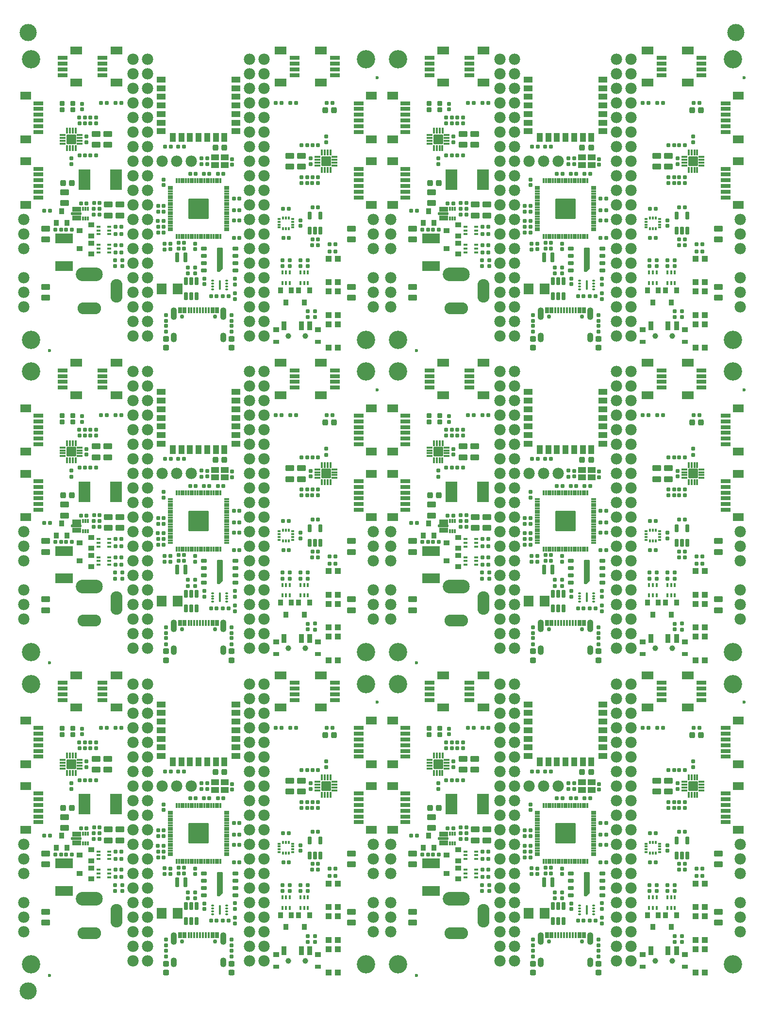
<source format=gts>
%TF.GenerationSoftware,KiCad,Pcbnew,8.0.5*%
%TF.CreationDate,2024-12-18T16:51:18-07:00*%
%TF.ProjectId,SparkFun_XRP_Controller_panelized,53706172-6b46-4756-9e5f-5852505f436f,v20*%
%TF.SameCoordinates,Original*%
%TF.FileFunction,Soldermask,Top*%
%TF.FilePolarity,Negative*%
%FSLAX46Y46*%
G04 Gerber Fmt 4.6, Leading zero omitted, Abs format (unit mm)*
G04 Created by KiCad (PCBNEW 8.0.5) date 2024-12-18 16:51:18*
%MOMM*%
%LPD*%
G01*
G04 APERTURE LIST*
G04 Aperture macros list*
%AMRoundRect*
0 Rectangle with rounded corners*
0 $1 Rounding radius*
0 $2 $3 $4 $5 $6 $7 $8 $9 X,Y pos of 4 corners*
0 Add a 4 corners polygon primitive as box body*
4,1,4,$2,$3,$4,$5,$6,$7,$8,$9,$2,$3,0*
0 Add four circle primitives for the rounded corners*
1,1,$1+$1,$2,$3*
1,1,$1+$1,$4,$5*
1,1,$1+$1,$6,$7*
1,1,$1+$1,$8,$9*
0 Add four rect primitives between the rounded corners*
20,1,$1+$1,$2,$3,$4,$5,0*
20,1,$1+$1,$4,$5,$6,$7,0*
20,1,$1+$1,$6,$7,$8,$9,0*
20,1,$1+$1,$8,$9,$2,$3,0*%
%AMFreePoly0*
4,1,14,0.490355,2.060355,0.505000,2.025000,0.505000,-2.025000,0.490355,-2.060355,0.455000,-2.075000,-0.455000,-2.075000,-0.490355,-2.060355,-0.505000,-2.025000,-0.505000,1.570000,-0.490355,1.605355,-0.035355,2.060355,0.000000,2.075000,0.455000,2.075000,0.490355,2.060355,0.490355,2.060355,$1*%
G04 Aperture macros list end*
%ADD10RoundRect,0.165000X-0.195000X0.165000X-0.195000X-0.165000X0.195000X-0.165000X0.195000X0.165000X0*%
%ADD11RoundRect,0.160000X-0.160000X-0.210000X0.160000X-0.210000X0.160000X0.210000X-0.160000X0.210000X0*%
%ADD12RoundRect,0.050000X0.330000X-0.150000X0.330000X0.150000X-0.330000X0.150000X-0.330000X-0.150000X0*%
%ADD13RoundRect,0.050000X-0.275000X-0.600000X0.275000X-0.600000X0.275000X0.600000X-0.275000X0.600000X0*%
%ADD14RoundRect,0.050000X-0.225000X-0.125000X0.225000X-0.125000X0.225000X0.125000X-0.225000X0.125000X0*%
%ADD15RoundRect,0.050000X0.125000X-0.225000X0.125000X0.225000X-0.125000X0.225000X-0.125000X-0.225000X0*%
%ADD16RoundRect,0.050000X-0.275000X0.800000X-0.275000X-0.800000X0.275000X-0.800000X0.275000X0.800000X0*%
%ADD17RoundRect,0.165000X0.195000X-0.165000X0.195000X0.165000X-0.195000X0.165000X-0.195000X-0.165000X0*%
%ADD18RoundRect,0.160000X0.160000X0.210000X-0.160000X0.210000X-0.160000X-0.210000X0.160000X-0.210000X0*%
%ADD19O,4.100000X2.100000*%
%ADD20O,2.100000X4.100000*%
%ADD21O,4.700000X2.400000*%
%ADD22RoundRect,0.160000X-0.210000X0.160000X-0.210000X-0.160000X0.210000X-0.160000X0.210000X0.160000X0*%
%ADD23RoundRect,0.275000X-0.500000X0.275000X-0.500000X-0.275000X0.500000X-0.275000X0.500000X0.275000X0*%
%ADD24RoundRect,0.050000X0.150000X0.330000X-0.150000X0.330000X-0.150000X-0.330000X0.150000X-0.330000X0*%
%ADD25C,3.000000*%
%ADD26RoundRect,0.050000X0.450000X-0.400000X0.450000X0.400000X-0.450000X0.400000X-0.450000X-0.400000X0*%
%ADD27C,3.200000*%
%ADD28RoundRect,0.165000X-0.165000X-0.195000X0.165000X-0.195000X0.165000X0.195000X-0.165000X0.195000X0*%
%ADD29RoundRect,0.050000X-0.400000X-0.450000X0.400000X-0.450000X0.400000X0.450000X-0.400000X0.450000X0*%
%ADD30RoundRect,0.165000X0.165000X0.195000X-0.165000X0.195000X-0.165000X-0.195000X0.165000X-0.195000X0*%
%ADD31RoundRect,0.275000X0.500000X-0.275000X0.500000X0.275000X-0.500000X0.275000X-0.500000X-0.275000X0*%
%ADD32RoundRect,0.050000X-0.500000X0.450000X-0.500000X-0.450000X0.500000X-0.450000X0.500000X0.450000X0*%
%ADD33C,0.600000*%
%ADD34RoundRect,0.050000X0.200000X0.125000X-0.200000X0.125000X-0.200000X-0.125000X0.200000X-0.125000X0*%
%ADD35RoundRect,0.050000X0.100000X0.800000X-0.100000X0.800000X-0.100000X-0.800000X0.100000X-0.800000X0*%
%ADD36RoundRect,0.050000X-0.775000X0.300000X-0.775000X-0.300000X0.775000X-0.300000X0.775000X0.300000X0*%
%ADD37RoundRect,0.050000X-1.000000X0.600000X-1.000000X-0.600000X1.000000X-0.600000X1.000000X0.600000X0*%
%ADD38C,1.000000*%
%ADD39RoundRect,0.050000X-0.350000X-0.750000X0.350000X-0.750000X0.350000X0.750000X-0.350000X0.750000X0*%
%ADD40RoundRect,0.050000X0.500000X0.300000X-0.500000X0.300000X-0.500000X-0.300000X0.500000X-0.300000X0*%
%ADD41RoundRect,0.050000X0.500000X0.400000X-0.500000X0.400000X-0.500000X-0.400000X0.500000X-0.400000X0*%
%ADD42RoundRect,0.050000X-0.425000X0.250000X-0.425000X-0.250000X0.425000X-0.250000X0.425000X0.250000X0*%
%ADD43FreePoly0,180.000000*%
%ADD44RoundRect,0.243750X0.281250X-0.243750X0.281250X0.243750X-0.281250X0.243750X-0.281250X-0.243750X0*%
%ADD45RoundRect,0.050000X0.775000X-0.300000X0.775000X0.300000X-0.775000X0.300000X-0.775000X-0.300000X0*%
%ADD46RoundRect,0.050000X1.000000X-0.600000X1.000000X0.600000X-1.000000X0.600000X-1.000000X-0.600000X0*%
%ADD47C,1.979600*%
%ADD48C,0.750000*%
%ADD49RoundRect,0.050000X0.150000X0.500000X-0.150000X0.500000X-0.150000X-0.500000X0.150000X-0.500000X0*%
%ADD50RoundRect,0.050000X-0.150000X-0.500000X0.150000X-0.500000X0.150000X0.500000X-0.150000X0.500000X0*%
%ADD51RoundRect,0.050000X0.300000X0.500000X-0.300000X0.500000X-0.300000X-0.500000X0.300000X-0.500000X0*%
%ADD52RoundRect,0.050000X-0.300000X-0.500000X0.300000X-0.500000X0.300000X0.500000X-0.300000X0.500000X0*%
%ADD53O,1.100000X1.700000*%
%ADD54O,1.100000X2.200000*%
%ADD55RoundRect,0.050000X-0.925000X-1.750000X0.925000X-1.750000X0.925000X1.750000X-0.925000X1.750000X0*%
%ADD56RoundRect,0.050000X-0.900000X0.600000X-0.900000X-0.600000X0.900000X-0.600000X0.900000X0.600000X0*%
%ADD57RoundRect,0.050000X-0.450000X-0.145000X0.450000X-0.145000X0.450000X0.145000X-0.450000X0.145000X0*%
%ADD58RoundRect,0.050000X-0.145000X0.450000X-0.145000X-0.450000X0.145000X-0.450000X0.145000X0.450000X0*%
%ADD59RoundRect,0.050000X0.450000X0.145000X-0.450000X0.145000X-0.450000X-0.145000X0.450000X-0.145000X0*%
%ADD60RoundRect,0.050000X0.145000X-0.450000X0.145000X0.450000X-0.145000X0.450000X-0.145000X-0.450000X0*%
%ADD61RoundRect,0.050000X-0.800000X0.800000X-0.800000X-0.800000X0.800000X-0.800000X0.800000X0.800000X0*%
%ADD62RoundRect,0.050000X0.800000X0.900000X-0.800000X0.900000X-0.800000X-0.900000X0.800000X-0.900000X0*%
%ADD63RoundRect,0.050000X0.350000X0.350000X-0.350000X0.350000X-0.350000X-0.350000X0.350000X-0.350000X0*%
%ADD64RoundRect,0.250000X-0.250000X-0.275000X0.250000X-0.275000X0.250000X0.275000X-0.250000X0.275000X0*%
%ADD65RoundRect,0.050000X0.900000X-0.600000X0.900000X0.600000X-0.900000X0.600000X-0.900000X-0.600000X0*%
%ADD66RoundRect,0.050000X1.447800X-0.838200X1.447800X0.838200X-1.447800X0.838200X-1.447800X-0.838200X0*%
%ADD67RoundRect,0.050000X0.600000X0.500000X-0.600000X0.500000X-0.600000X-0.500000X0.600000X-0.500000X0*%
%ADD68RoundRect,0.160000X0.210000X-0.160000X0.210000X0.160000X-0.210000X0.160000X-0.210000X-0.160000X0*%
%ADD69RoundRect,0.243750X-0.243750X-0.281250X0.243750X-0.281250X0.243750X0.281250X-0.243750X0.281250X0*%
%ADD70RoundRect,0.064000X-0.376000X-0.096000X0.376000X-0.096000X0.376000X0.096000X-0.376000X0.096000X0*%
%ADD71RoundRect,0.064000X0.096000X-0.376000X0.096000X0.376000X-0.096000X0.376000X-0.096000X-0.376000X0*%
%ADD72RoundRect,0.064000X0.376000X0.096000X-0.376000X0.096000X-0.376000X-0.096000X0.376000X-0.096000X0*%
%ADD73RoundRect,0.064000X-0.096000X0.376000X-0.096000X-0.376000X0.096000X-0.376000X0.096000X0.376000X0*%
%ADD74RoundRect,0.050000X1.700000X1.700000X-1.700000X1.700000X-1.700000X-1.700000X1.700000X-1.700000X0*%
%ADD75RoundRect,0.220000X0.580000X-0.330000X0.580000X0.330000X-0.580000X0.330000X-0.580000X-0.330000X0*%
%ADD76RoundRect,0.220000X-0.330000X-0.580000X0.330000X-0.580000X0.330000X0.580000X-0.330000X0.580000X0*%
%ADD77RoundRect,0.050000X0.400000X0.450000X-0.400000X0.450000X-0.400000X-0.450000X0.400000X-0.450000X0*%
%ADD78RoundRect,0.243750X0.243750X0.281250X-0.243750X0.281250X-0.243750X-0.281250X0.243750X-0.281250X0*%
%ADD79RoundRect,0.050000X0.800000X-0.800000X0.800000X0.800000X-0.800000X0.800000X-0.800000X-0.800000X0*%
%ADD80RoundRect,0.050000X0.750000X-0.400000X0.750000X0.400000X-0.750000X0.400000X-0.750000X-0.400000X0*%
%ADD81RoundRect,0.050000X0.150000X-0.300000X0.150000X0.300000X-0.150000X0.300000X-0.150000X-0.300000X0*%
%ADD82RoundRect,0.050000X0.865000X-0.200000X0.865000X0.200000X-0.865000X0.200000X-0.865000X-0.200000X0*%
G04 APERTURE END LIST*
D10*
%TO.C,C14*%
X26797000Y19276000D03*
X26797000Y18316000D03*
%TD*%
%TO.C,C14*%
X90797000Y128226000D03*
X90797000Y127266000D03*
%TD*%
%TO.C,C14*%
X26797000Y128226000D03*
X26797000Y127266000D03*
%TD*%
%TO.C,C14*%
X90797000Y19276000D03*
X90797000Y18316000D03*
%TD*%
%TO.C,C14*%
X26797000Y73751000D03*
X26797000Y72791000D03*
%TD*%
%TO.C,C14*%
X90797000Y73751000D03*
X90797000Y72791000D03*
%TD*%
D11*
%TO.C,R39*%
X6729000Y21717000D03*
X7749000Y21717000D03*
%TD*%
%TO.C,R39*%
X70729000Y130667000D03*
X71749000Y130667000D03*
%TD*%
%TO.C,R39*%
X70729000Y21717000D03*
X71749000Y21717000D03*
%TD*%
%TO.C,R39*%
X6729000Y130667000D03*
X7749000Y130667000D03*
%TD*%
%TO.C,R39*%
X70729000Y76192000D03*
X71749000Y76192000D03*
%TD*%
%TO.C,R39*%
X6729000Y76192000D03*
X7749000Y76192000D03*
%TD*%
D12*
%TO.C,Q3*%
X14320000Y22240000D03*
X14320000Y21590000D03*
X14320000Y20940000D03*
X16160000Y20940000D03*
X16160000Y21590000D03*
X16160000Y22240000D03*
%TD*%
%TO.C,Q3*%
X78320000Y22240000D03*
X78320000Y21590000D03*
X78320000Y20940000D03*
X80160000Y20940000D03*
X80160000Y21590000D03*
X80160000Y22240000D03*
%TD*%
%TO.C,Q3*%
X14320000Y76715000D03*
X14320000Y76065000D03*
X14320000Y75415000D03*
X16160000Y75415000D03*
X16160000Y76065000D03*
X16160000Y76715000D03*
%TD*%
%TO.C,Q3*%
X14320000Y131190000D03*
X14320000Y130540000D03*
X14320000Y129890000D03*
X16160000Y129890000D03*
X16160000Y130540000D03*
X16160000Y131190000D03*
%TD*%
%TO.C,Q3*%
X78320000Y131190000D03*
X78320000Y130540000D03*
X78320000Y129890000D03*
X80160000Y129890000D03*
X80160000Y130540000D03*
X80160000Y131190000D03*
%TD*%
%TO.C,Q3*%
X78320000Y76715000D03*
X78320000Y76065000D03*
X78320000Y75415000D03*
X80160000Y75415000D03*
X80160000Y76065000D03*
X80160000Y76715000D03*
%TD*%
D13*
%TO.C,D5*%
X29530000Y10129900D03*
X30480000Y10129900D03*
X31430000Y10129900D03*
X31430000Y12730100D03*
X30480000Y12730000D03*
X29530000Y12730100D03*
%TD*%
%TO.C,D5*%
X93530000Y119079900D03*
X94480000Y119079900D03*
X95430000Y119079900D03*
X95430000Y121680100D03*
X94480000Y121680000D03*
X93530000Y121680100D03*
%TD*%
%TO.C,D5*%
X29530000Y64604900D03*
X30480000Y64604900D03*
X31430000Y64604900D03*
X31430000Y67205100D03*
X30480000Y67205000D03*
X29530000Y67205100D03*
%TD*%
%TO.C,D5*%
X93530000Y10129900D03*
X94480000Y10129900D03*
X95430000Y10129900D03*
X95430000Y12730100D03*
X94480000Y12730000D03*
X93530000Y12730100D03*
%TD*%
%TO.C,D5*%
X29530000Y119079900D03*
X30480000Y119079900D03*
X31430000Y119079900D03*
X31430000Y121680100D03*
X30480000Y121680000D03*
X29530000Y121680100D03*
%TD*%
%TO.C,D5*%
X93530000Y64604900D03*
X94480000Y64604900D03*
X95430000Y64604900D03*
X95430000Y67205100D03*
X94480000Y67205000D03*
X93530000Y67205100D03*
%TD*%
D14*
%TO.C,U6*%
X45815000Y23610000D03*
X45815000Y23110000D03*
X45815000Y22610000D03*
X45815000Y22110000D03*
D15*
X46490000Y21935000D03*
X46990000Y21935000D03*
X47490000Y21935000D03*
D14*
X48165000Y22110000D03*
X48165000Y22610000D03*
X48165000Y23110000D03*
X48165000Y23610000D03*
D15*
X47490000Y23785000D03*
X46990000Y23785000D03*
X46490000Y23785000D03*
%TD*%
D14*
%TO.C,U6*%
X109815000Y78085000D03*
X109815000Y77585000D03*
X109815000Y77085000D03*
X109815000Y76585000D03*
D15*
X110490000Y76410000D03*
X110990000Y76410000D03*
X111490000Y76410000D03*
D14*
X112165000Y76585000D03*
X112165000Y77085000D03*
X112165000Y77585000D03*
X112165000Y78085000D03*
D15*
X111490000Y78260000D03*
X110990000Y78260000D03*
X110490000Y78260000D03*
%TD*%
D14*
%TO.C,U6*%
X45815000Y132560000D03*
X45815000Y132060000D03*
X45815000Y131560000D03*
X45815000Y131060000D03*
D15*
X46490000Y130885000D03*
X46990000Y130885000D03*
X47490000Y130885000D03*
D14*
X48165000Y131060000D03*
X48165000Y131560000D03*
X48165000Y132060000D03*
X48165000Y132560000D03*
D15*
X47490000Y132735000D03*
X46990000Y132735000D03*
X46490000Y132735000D03*
%TD*%
D14*
%TO.C,U6*%
X109815000Y23610000D03*
X109815000Y23110000D03*
X109815000Y22610000D03*
X109815000Y22110000D03*
D15*
X110490000Y21935000D03*
X110990000Y21935000D03*
X111490000Y21935000D03*
D14*
X112165000Y22110000D03*
X112165000Y22610000D03*
X112165000Y23110000D03*
X112165000Y23610000D03*
D15*
X111490000Y23785000D03*
X110990000Y23785000D03*
X110490000Y23785000D03*
%TD*%
D14*
%TO.C,U6*%
X45815000Y78085000D03*
X45815000Y77585000D03*
X45815000Y77085000D03*
X45815000Y76585000D03*
D15*
X46490000Y76410000D03*
X46990000Y76410000D03*
X47490000Y76410000D03*
D14*
X48165000Y76585000D03*
X48165000Y77085000D03*
X48165000Y77585000D03*
X48165000Y78085000D03*
D15*
X47490000Y78260000D03*
X46990000Y78260000D03*
X46490000Y78260000D03*
%TD*%
D14*
%TO.C,U6*%
X109815000Y132560000D03*
X109815000Y132060000D03*
X109815000Y131560000D03*
X109815000Y131060000D03*
D15*
X110490000Y130885000D03*
X110990000Y130885000D03*
X111490000Y130885000D03*
D14*
X112165000Y131060000D03*
X112165000Y131560000D03*
X112165000Y132060000D03*
X112165000Y132560000D03*
D15*
X111490000Y132735000D03*
X110990000Y132735000D03*
X110490000Y132735000D03*
%TD*%
D16*
%TO.C,L1*%
X29477800Y16891000D03*
X28027800Y16891000D03*
%TD*%
%TO.C,L1*%
X29477800Y71366000D03*
X28027800Y71366000D03*
%TD*%
%TO.C,L1*%
X93477800Y16891000D03*
X92027800Y16891000D03*
%TD*%
%TO.C,L1*%
X93477800Y71366000D03*
X92027800Y71366000D03*
%TD*%
%TO.C,L1*%
X93477800Y125841000D03*
X92027800Y125841000D03*
%TD*%
%TO.C,L1*%
X29477800Y125841000D03*
X28027800Y125841000D03*
%TD*%
D11*
%TO.C,R47*%
X4824000Y25019000D03*
X5844000Y25019000D03*
%TD*%
%TO.C,R47*%
X4824000Y79494000D03*
X5844000Y79494000D03*
%TD*%
%TO.C,R47*%
X68824000Y25019000D03*
X69844000Y25019000D03*
%TD*%
%TO.C,R47*%
X4824000Y133969000D03*
X5844000Y133969000D03*
%TD*%
%TO.C,R47*%
X68824000Y79494000D03*
X69844000Y79494000D03*
%TD*%
%TO.C,R47*%
X68824000Y133969000D03*
X69844000Y133969000D03*
%TD*%
D17*
%TO.C,C31*%
X50800000Y6505000D03*
X50800000Y7465000D03*
%TD*%
%TO.C,C31*%
X50800000Y115455000D03*
X50800000Y116415000D03*
%TD*%
%TO.C,C31*%
X50800000Y60980000D03*
X50800000Y61940000D03*
%TD*%
%TO.C,C31*%
X114800000Y115455000D03*
X114800000Y116415000D03*
%TD*%
%TO.C,C31*%
X114800000Y60980000D03*
X114800000Y61940000D03*
%TD*%
%TO.C,C31*%
X114800000Y6505000D03*
X114800000Y7465000D03*
%TD*%
D18*
%TO.C,R10*%
X55120000Y43815000D03*
X54100000Y43815000D03*
%TD*%
%TO.C,R10*%
X55120000Y98290000D03*
X54100000Y98290000D03*
%TD*%
%TO.C,R10*%
X119120000Y152765000D03*
X118100000Y152765000D03*
%TD*%
%TO.C,R10*%
X55120000Y152765000D03*
X54100000Y152765000D03*
%TD*%
%TO.C,R10*%
X119120000Y43815000D03*
X118100000Y43815000D03*
%TD*%
%TO.C,R10*%
X119120000Y98290000D03*
X118100000Y98290000D03*
%TD*%
D19*
%TO.C,J1*%
X12700000Y8001000D03*
D20*
X17399000Y11049000D03*
D21*
X12700000Y13970000D03*
%TD*%
D19*
%TO.C,J1*%
X76700000Y62476000D03*
D20*
X81399000Y65524000D03*
D21*
X76700000Y68445000D03*
%TD*%
D19*
%TO.C,J1*%
X76700000Y116951000D03*
D20*
X81399000Y119999000D03*
D21*
X76700000Y122920000D03*
%TD*%
D19*
%TO.C,J1*%
X12700000Y62476000D03*
D20*
X17399000Y65524000D03*
D21*
X12700000Y68445000D03*
%TD*%
D19*
%TO.C,J1*%
X12700000Y116951000D03*
D20*
X17399000Y119999000D03*
D21*
X12700000Y122920000D03*
%TD*%
D19*
%TO.C,J1*%
X76700000Y8001000D03*
D20*
X81399000Y11049000D03*
D21*
X76700000Y13970000D03*
%TD*%
D22*
%TO.C,R36*%
X49530000Y16385000D03*
X49530000Y15365000D03*
%TD*%
%TO.C,R36*%
X113530000Y16385000D03*
X113530000Y15365000D03*
%TD*%
%TO.C,R36*%
X49530000Y70860000D03*
X49530000Y69840000D03*
%TD*%
%TO.C,R36*%
X113530000Y125335000D03*
X113530000Y124315000D03*
%TD*%
%TO.C,R36*%
X49530000Y125335000D03*
X49530000Y124315000D03*
%TD*%
%TO.C,R36*%
X113530000Y70860000D03*
X113530000Y69840000D03*
%TD*%
D23*
%TO.C,C24*%
X16002000Y26096000D03*
X16002000Y24196000D03*
%TD*%
%TO.C,C24*%
X16002000Y135046000D03*
X16002000Y133146000D03*
%TD*%
%TO.C,C24*%
X80002000Y80571000D03*
X80002000Y78671000D03*
%TD*%
%TO.C,C24*%
X80002000Y26096000D03*
X80002000Y24196000D03*
%TD*%
%TO.C,C24*%
X16002000Y80571000D03*
X16002000Y78671000D03*
%TD*%
%TO.C,C24*%
X80002000Y135046000D03*
X80002000Y133146000D03*
%TD*%
D11*
%TO.C,R26*%
X49655000Y30861000D03*
X50675000Y30861000D03*
%TD*%
%TO.C,R26*%
X49655000Y139811000D03*
X50675000Y139811000D03*
%TD*%
%TO.C,R26*%
X49655000Y85336000D03*
X50675000Y85336000D03*
%TD*%
%TO.C,R26*%
X113655000Y30861000D03*
X114675000Y30861000D03*
%TD*%
%TO.C,R26*%
X113655000Y85336000D03*
X114675000Y85336000D03*
%TD*%
%TO.C,R26*%
X113655000Y139811000D03*
X114675000Y139811000D03*
%TD*%
D24*
%TO.C,Q5*%
X46340000Y12415000D03*
X46990000Y12415000D03*
X47640000Y12415000D03*
X47640000Y14255000D03*
X46990000Y14255000D03*
X46340000Y14255000D03*
%TD*%
%TO.C,Q5*%
X110340000Y66890000D03*
X110990000Y66890000D03*
X111640000Y66890000D03*
X111640000Y68730000D03*
X110990000Y68730000D03*
X110340000Y68730000D03*
%TD*%
%TO.C,Q5*%
X110340000Y12415000D03*
X110990000Y12415000D03*
X111640000Y12415000D03*
X111640000Y14255000D03*
X110990000Y14255000D03*
X110340000Y14255000D03*
%TD*%
%TO.C,Q5*%
X46340000Y66890000D03*
X46990000Y66890000D03*
X47640000Y66890000D03*
X47640000Y68730000D03*
X46990000Y68730000D03*
X46340000Y68730000D03*
%TD*%
%TO.C,Q5*%
X46340000Y121365000D03*
X46990000Y121365000D03*
X47640000Y121365000D03*
X47640000Y123205000D03*
X46990000Y123205000D03*
X46340000Y123205000D03*
%TD*%
%TO.C,Q5*%
X110340000Y121365000D03*
X110990000Y121365000D03*
X111640000Y121365000D03*
X111640000Y123205000D03*
X110990000Y123205000D03*
X110340000Y123205000D03*
%TD*%
D18*
%TO.C,R44*%
X50675000Y29845000D03*
X49655000Y29845000D03*
%TD*%
%TO.C,R44*%
X114675000Y29845000D03*
X113655000Y29845000D03*
%TD*%
%TO.C,R44*%
X50675000Y84320000D03*
X49655000Y84320000D03*
%TD*%
%TO.C,R44*%
X114675000Y138795000D03*
X113655000Y138795000D03*
%TD*%
%TO.C,R44*%
X50675000Y138795000D03*
X49655000Y138795000D03*
%TD*%
%TO.C,R44*%
X114675000Y84320000D03*
X113655000Y84320000D03*
%TD*%
D22*
%TO.C,R3*%
X32258000Y34165000D03*
X32258000Y33145000D03*
%TD*%
%TO.C,R3*%
X32258000Y88640000D03*
X32258000Y87620000D03*
%TD*%
%TO.C,R3*%
X96258000Y34165000D03*
X96258000Y33145000D03*
%TD*%
%TO.C,R3*%
X96258000Y88640000D03*
X96258000Y87620000D03*
%TD*%
%TO.C,R3*%
X32258000Y143115000D03*
X32258000Y142095000D03*
%TD*%
%TO.C,R3*%
X96258000Y143115000D03*
X96258000Y142095000D03*
%TD*%
D25*
%TO.C,*%
X2000000Y-2087500D03*
%TD*%
D23*
%TO.C,C41*%
X58420000Y21905000D03*
X58420000Y20005000D03*
%TD*%
%TO.C,C41*%
X122420000Y21905000D03*
X122420000Y20005000D03*
%TD*%
%TO.C,C41*%
X122420000Y76380000D03*
X122420000Y74480000D03*
%TD*%
%TO.C,C41*%
X58420000Y130855000D03*
X58420000Y128955000D03*
%TD*%
%TO.C,C41*%
X122420000Y130855000D03*
X122420000Y128955000D03*
%TD*%
%TO.C,C41*%
X58420000Y76380000D03*
X58420000Y74480000D03*
%TD*%
D26*
%TO.C,Q4*%
X13065000Y20640000D03*
X13065000Y22540000D03*
X10965000Y21590000D03*
%TD*%
%TO.C,Q4*%
X13065000Y129590000D03*
X13065000Y131490000D03*
X10965000Y130540000D03*
%TD*%
%TO.C,Q4*%
X77065000Y20640000D03*
X77065000Y22540000D03*
X74965000Y21590000D03*
%TD*%
%TO.C,Q4*%
X77065000Y129590000D03*
X77065000Y131490000D03*
X74965000Y130540000D03*
%TD*%
%TO.C,Q4*%
X13065000Y75115000D03*
X13065000Y77015000D03*
X10965000Y76065000D03*
%TD*%
%TO.C,Q4*%
X77065000Y75115000D03*
X77065000Y77015000D03*
X74965000Y76065000D03*
%TD*%
D10*
%TO.C,C17*%
X37592000Y34008000D03*
X37592000Y33048000D03*
%TD*%
%TO.C,C17*%
X101592000Y34008000D03*
X101592000Y33048000D03*
%TD*%
%TO.C,C17*%
X101592000Y88483000D03*
X101592000Y87523000D03*
%TD*%
%TO.C,C17*%
X101592000Y142958000D03*
X101592000Y141998000D03*
%TD*%
%TO.C,C17*%
X37592000Y142958000D03*
X37592000Y141998000D03*
%TD*%
%TO.C,C17*%
X37592000Y88483000D03*
X37592000Y87523000D03*
%TD*%
D27*
%TO.C,ST4*%
X60960000Y2540000D03*
%TD*%
%TO.C,ST4*%
X60960000Y57015000D03*
%TD*%
%TO.C,ST4*%
X124960000Y2540000D03*
%TD*%
%TO.C,ST4*%
X124960000Y111490000D03*
%TD*%
%TO.C,ST4*%
X60960000Y111490000D03*
%TD*%
%TO.C,ST4*%
X124960000Y57015000D03*
%TD*%
D22*
%TO.C,R35*%
X47625000Y16385000D03*
X47625000Y15365000D03*
%TD*%
%TO.C,R35*%
X47625000Y70860000D03*
X47625000Y69840000D03*
%TD*%
%TO.C,R35*%
X111625000Y16385000D03*
X111625000Y15365000D03*
%TD*%
%TO.C,R35*%
X111625000Y70860000D03*
X111625000Y69840000D03*
%TD*%
%TO.C,R35*%
X111625000Y125335000D03*
X111625000Y124315000D03*
%TD*%
%TO.C,R35*%
X47625000Y125335000D03*
X47625000Y124315000D03*
%TD*%
D18*
%TO.C,R1*%
X25656000Y23241000D03*
X24636000Y23241000D03*
%TD*%
%TO.C,R1*%
X89656000Y132191000D03*
X88636000Y132191000D03*
%TD*%
%TO.C,R1*%
X25656000Y132191000D03*
X24636000Y132191000D03*
%TD*%
%TO.C,R1*%
X25656000Y77716000D03*
X24636000Y77716000D03*
%TD*%
%TO.C,R1*%
X89656000Y23241000D03*
X88636000Y23241000D03*
%TD*%
%TO.C,R1*%
X89656000Y77716000D03*
X88636000Y77716000D03*
%TD*%
D13*
%TO.C,U5*%
X51120000Y21559900D03*
X52070000Y21559900D03*
X53020000Y21559900D03*
X53020000Y24160100D03*
X51120000Y24160100D03*
%TD*%
%TO.C,U5*%
X115120000Y21559900D03*
X116070000Y21559900D03*
X117020000Y21559900D03*
X117020000Y24160100D03*
X115120000Y24160100D03*
%TD*%
%TO.C,U5*%
X115120000Y130509900D03*
X116070000Y130509900D03*
X117020000Y130509900D03*
X117020000Y133110100D03*
X115120000Y133110100D03*
%TD*%
%TO.C,U5*%
X51120000Y76034900D03*
X52070000Y76034900D03*
X53020000Y76034900D03*
X53020000Y78635100D03*
X51120000Y78635100D03*
%TD*%
%TO.C,U5*%
X51120000Y130509900D03*
X52070000Y130509900D03*
X53020000Y130509900D03*
X53020000Y133110100D03*
X51120000Y133110100D03*
%TD*%
%TO.C,U5*%
X115120000Y76034900D03*
X116070000Y76034900D03*
X117020000Y76034900D03*
X117020000Y78635100D03*
X115120000Y78635100D03*
%TD*%
D28*
%TO.C,C10*%
X37874000Y25146000D03*
X38834000Y25146000D03*
%TD*%
%TO.C,C10*%
X37874000Y79621000D03*
X38834000Y79621000D03*
%TD*%
%TO.C,C10*%
X101874000Y25146000D03*
X102834000Y25146000D03*
%TD*%
%TO.C,C10*%
X101874000Y134096000D03*
X102834000Y134096000D03*
%TD*%
%TO.C,C10*%
X101874000Y79621000D03*
X102834000Y79621000D03*
%TD*%
%TO.C,C10*%
X37874000Y134096000D03*
X38834000Y134096000D03*
%TD*%
D29*
%TO.C,Q9*%
X6924000Y22876000D03*
X8824000Y22876000D03*
X7874000Y24976000D03*
%TD*%
%TO.C,Q9*%
X70924000Y22876000D03*
X72824000Y22876000D03*
X71874000Y24976000D03*
%TD*%
%TO.C,Q9*%
X6924000Y131826000D03*
X8824000Y131826000D03*
X7874000Y133926000D03*
%TD*%
%TO.C,Q9*%
X6924000Y77351000D03*
X8824000Y77351000D03*
X7874000Y79451000D03*
%TD*%
%TO.C,Q9*%
X70924000Y77351000D03*
X72824000Y77351000D03*
X71874000Y79451000D03*
%TD*%
%TO.C,Q9*%
X70924000Y131826000D03*
X72824000Y131826000D03*
X71874000Y133926000D03*
%TD*%
D28*
%TO.C,C5*%
X32667000Y31496000D03*
X33627000Y31496000D03*
%TD*%
%TO.C,C5*%
X32667000Y140446000D03*
X33627000Y140446000D03*
%TD*%
%TO.C,C5*%
X96667000Y31496000D03*
X97627000Y31496000D03*
%TD*%
%TO.C,C5*%
X96667000Y85971000D03*
X97627000Y85971000D03*
%TD*%
%TO.C,C5*%
X32667000Y85971000D03*
X33627000Y85971000D03*
%TD*%
%TO.C,C5*%
X96667000Y140446000D03*
X97627000Y140446000D03*
%TD*%
D30*
%TO.C,C43*%
X11910000Y34671000D03*
X10950000Y34671000D03*
%TD*%
%TO.C,C43*%
X75910000Y89146000D03*
X74950000Y89146000D03*
%TD*%
%TO.C,C43*%
X11910000Y89146000D03*
X10950000Y89146000D03*
%TD*%
%TO.C,C43*%
X75910000Y34671000D03*
X74950000Y34671000D03*
%TD*%
%TO.C,C43*%
X75910000Y143621000D03*
X74950000Y143621000D03*
%TD*%
%TO.C,C43*%
X11910000Y143621000D03*
X10950000Y143621000D03*
%TD*%
D31*
%TO.C,C21*%
X8382000Y26355000D03*
X8382000Y28255000D03*
%TD*%
%TO.C,C21*%
X8382000Y80830000D03*
X8382000Y82730000D03*
%TD*%
%TO.C,C21*%
X8382000Y135305000D03*
X8382000Y137205000D03*
%TD*%
%TO.C,C21*%
X72382000Y26355000D03*
X72382000Y28255000D03*
%TD*%
%TO.C,C21*%
X72382000Y80830000D03*
X72382000Y82730000D03*
%TD*%
%TO.C,C21*%
X72382000Y135305000D03*
X72382000Y137205000D03*
%TD*%
D32*
%TO.C,SW4*%
X56045000Y5225000D03*
X56045000Y1125000D03*
X54445000Y5225000D03*
X54445000Y1125000D03*
%TD*%
%TO.C,SW4*%
X120045000Y5225000D03*
X120045000Y1125000D03*
X118445000Y5225000D03*
X118445000Y1125000D03*
%TD*%
%TO.C,SW4*%
X56045000Y114175000D03*
X56045000Y110075000D03*
X54445000Y114175000D03*
X54445000Y110075000D03*
%TD*%
%TO.C,SW4*%
X120045000Y59700000D03*
X120045000Y55600000D03*
X118445000Y59700000D03*
X118445000Y55600000D03*
%TD*%
%TO.C,SW4*%
X56045000Y59700000D03*
X56045000Y55600000D03*
X54445000Y59700000D03*
X54445000Y55600000D03*
%TD*%
%TO.C,SW4*%
X120045000Y114175000D03*
X120045000Y110075000D03*
X118445000Y114175000D03*
X118445000Y110075000D03*
%TD*%
D33*
%TO.C,FID4*%
X62865000Y48260000D03*
%TD*%
%TO.C,FID4*%
X126865000Y102735000D03*
%TD*%
%TO.C,FID4*%
X62865000Y157210000D03*
%TD*%
%TO.C,FID4*%
X126865000Y157210000D03*
%TD*%
%TO.C,FID4*%
X126865000Y48260000D03*
%TD*%
%TO.C,FID4*%
X62865000Y102735000D03*
%TD*%
D28*
%TO.C,C45*%
X51590000Y36449000D03*
X52550000Y36449000D03*
%TD*%
%TO.C,C45*%
X115590000Y145399000D03*
X116550000Y145399000D03*
%TD*%
%TO.C,C45*%
X51590000Y145399000D03*
X52550000Y145399000D03*
%TD*%
%TO.C,C45*%
X51590000Y90924000D03*
X52550000Y90924000D03*
%TD*%
%TO.C,C45*%
X115590000Y36449000D03*
X116550000Y36449000D03*
%TD*%
%TO.C,C45*%
X115590000Y90924000D03*
X116550000Y90924000D03*
%TD*%
D34*
%TO.C,U3*%
X36683000Y11315000D03*
X36683000Y11815000D03*
X36683000Y12315000D03*
X36683000Y12815000D03*
X34183000Y12815000D03*
X34183000Y12315000D03*
X34183000Y11815000D03*
X34183000Y11315000D03*
D35*
X35433000Y12065000D03*
%TD*%
D34*
%TO.C,U3*%
X36683000Y65790000D03*
X36683000Y66290000D03*
X36683000Y66790000D03*
X36683000Y67290000D03*
X34183000Y67290000D03*
X34183000Y66790000D03*
X34183000Y66290000D03*
X34183000Y65790000D03*
D35*
X35433000Y66540000D03*
%TD*%
D34*
%TO.C,U3*%
X100683000Y65790000D03*
X100683000Y66290000D03*
X100683000Y66790000D03*
X100683000Y67290000D03*
X98183000Y67290000D03*
X98183000Y66790000D03*
X98183000Y66290000D03*
X98183000Y65790000D03*
D35*
X99433000Y66540000D03*
%TD*%
D34*
%TO.C,U3*%
X100683000Y120265000D03*
X100683000Y120765000D03*
X100683000Y121265000D03*
X100683000Y121765000D03*
X98183000Y121765000D03*
X98183000Y121265000D03*
X98183000Y120765000D03*
X98183000Y120265000D03*
D35*
X99433000Y121015000D03*
%TD*%
D34*
%TO.C,U3*%
X36683000Y120265000D03*
X36683000Y120765000D03*
X36683000Y121265000D03*
X36683000Y121765000D03*
X34183000Y121765000D03*
X34183000Y121265000D03*
X34183000Y120765000D03*
X34183000Y120265000D03*
D35*
X35433000Y121015000D03*
%TD*%
D34*
%TO.C,U3*%
X100683000Y11315000D03*
X100683000Y11815000D03*
X100683000Y12315000D03*
X100683000Y12815000D03*
X98183000Y12815000D03*
X98183000Y12315000D03*
X98183000Y11815000D03*
X98183000Y11315000D03*
D35*
X99433000Y12065000D03*
%TD*%
D18*
%TO.C,R24*%
X13845000Y40259000D03*
X12825000Y40259000D03*
%TD*%
%TO.C,R24*%
X13845000Y94734000D03*
X12825000Y94734000D03*
%TD*%
%TO.C,R24*%
X13845000Y149209000D03*
X12825000Y149209000D03*
%TD*%
%TO.C,R24*%
X77845000Y40259000D03*
X76825000Y40259000D03*
%TD*%
%TO.C,R24*%
X77845000Y94734000D03*
X76825000Y94734000D03*
%TD*%
%TO.C,R24*%
X77845000Y149209000D03*
X76825000Y149209000D03*
%TD*%
D25*
%TO.C,*%
X2000000Y165012500D03*
%TD*%
D36*
%TO.C,J12*%
X8014000Y51665000D03*
X8014000Y50665000D03*
X8014000Y49665000D03*
X8014000Y48665000D03*
D37*
X10439000Y52965000D03*
X10439000Y47365000D03*
%TD*%
D36*
%TO.C,J12*%
X72014000Y51665000D03*
X72014000Y50665000D03*
X72014000Y49665000D03*
X72014000Y48665000D03*
D37*
X74439000Y52965000D03*
X74439000Y47365000D03*
%TD*%
D36*
%TO.C,J12*%
X8014000Y160615000D03*
X8014000Y159615000D03*
X8014000Y158615000D03*
X8014000Y157615000D03*
D37*
X10439000Y161915000D03*
X10439000Y156315000D03*
%TD*%
D36*
%TO.C,J12*%
X72014000Y160615000D03*
X72014000Y159615000D03*
X72014000Y158615000D03*
X72014000Y157615000D03*
D37*
X74439000Y161915000D03*
X74439000Y156315000D03*
%TD*%
D36*
%TO.C,J12*%
X8014000Y106140000D03*
X8014000Y105140000D03*
X8014000Y104140000D03*
X8014000Y103140000D03*
D37*
X10439000Y107440000D03*
X10439000Y101840000D03*
%TD*%
D36*
%TO.C,J12*%
X72014000Y106140000D03*
X72014000Y105140000D03*
X72014000Y104140000D03*
X72014000Y103140000D03*
D37*
X74439000Y107440000D03*
X74439000Y101840000D03*
%TD*%
D10*
%TO.C,C37*%
X51308000Y34135000D03*
X51308000Y33175000D03*
%TD*%
%TO.C,C37*%
X51308000Y143085000D03*
X51308000Y142125000D03*
%TD*%
%TO.C,C37*%
X115308000Y143085000D03*
X115308000Y142125000D03*
%TD*%
%TO.C,C37*%
X51308000Y88610000D03*
X51308000Y87650000D03*
%TD*%
%TO.C,C37*%
X115308000Y34135000D03*
X115308000Y33175000D03*
%TD*%
%TO.C,C37*%
X115308000Y88610000D03*
X115308000Y87650000D03*
%TD*%
D33*
%TO.C,FID1*%
X5715000Y635000D03*
%TD*%
%TO.C,FID1*%
X69715000Y55110000D03*
%TD*%
%TO.C,FID1*%
X69715000Y109585000D03*
%TD*%
%TO.C,FID1*%
X5715000Y109585000D03*
%TD*%
%TO.C,FID1*%
X5715000Y55110000D03*
%TD*%
%TO.C,FID1*%
X69715000Y635000D03*
%TD*%
D38*
%TO.C,SW1*%
X50395000Y3175000D03*
X47395000Y3175000D03*
D39*
X51145000Y4925000D03*
X49645000Y4925000D03*
X46645000Y4925000D03*
D40*
X52545000Y2175000D03*
D41*
X52545000Y4275000D03*
X45245000Y4275000D03*
D40*
X45245000Y2175000D03*
%TD*%
D38*
%TO.C,SW1*%
X50395000Y112125000D03*
X47395000Y112125000D03*
D39*
X51145000Y113875000D03*
X49645000Y113875000D03*
X46645000Y113875000D03*
D40*
X52545000Y111125000D03*
D41*
X52545000Y113225000D03*
X45245000Y113225000D03*
D40*
X45245000Y111125000D03*
%TD*%
D38*
%TO.C,SW1*%
X114395000Y3175000D03*
X111395000Y3175000D03*
D39*
X115145000Y4925000D03*
X113645000Y4925000D03*
X110645000Y4925000D03*
D40*
X116545000Y2175000D03*
D41*
X116545000Y4275000D03*
X109245000Y4275000D03*
D40*
X109245000Y2175000D03*
%TD*%
D38*
%TO.C,SW1*%
X114395000Y57650000D03*
X111395000Y57650000D03*
D39*
X115145000Y59400000D03*
X113645000Y59400000D03*
X110645000Y59400000D03*
D40*
X116545000Y56650000D03*
D41*
X116545000Y58750000D03*
X109245000Y58750000D03*
D40*
X109245000Y56650000D03*
%TD*%
D38*
%TO.C,SW1*%
X114395000Y112125000D03*
X111395000Y112125000D03*
D39*
X115145000Y113875000D03*
X113645000Y113875000D03*
X110645000Y113875000D03*
D40*
X116545000Y111125000D03*
D41*
X116545000Y113225000D03*
X109245000Y113225000D03*
D40*
X109245000Y111125000D03*
%TD*%
D38*
%TO.C,SW1*%
X50395000Y57650000D03*
X47395000Y57650000D03*
D39*
X51145000Y59400000D03*
X49645000Y59400000D03*
X46645000Y59400000D03*
D40*
X52545000Y56650000D03*
D41*
X52545000Y58750000D03*
X45245000Y58750000D03*
D40*
X45245000Y56650000D03*
%TD*%
D22*
%TO.C,R22*%
X18415000Y16385000D03*
X18415000Y15365000D03*
%TD*%
%TO.C,R22*%
X18415000Y70860000D03*
X18415000Y69840000D03*
%TD*%
%TO.C,R22*%
X18415000Y125335000D03*
X18415000Y124315000D03*
%TD*%
%TO.C,R22*%
X82415000Y70860000D03*
X82415000Y69840000D03*
%TD*%
%TO.C,R22*%
X82415000Y16385000D03*
X82415000Y15365000D03*
%TD*%
%TO.C,R22*%
X82415000Y125335000D03*
X82415000Y124315000D03*
%TD*%
D30*
%TO.C,C23*%
X14450000Y26416000D03*
X13490000Y26416000D03*
%TD*%
%TO.C,C23*%
X78450000Y135366000D03*
X77490000Y135366000D03*
%TD*%
%TO.C,C23*%
X14450000Y80891000D03*
X13490000Y80891000D03*
%TD*%
%TO.C,C23*%
X14450000Y135366000D03*
X13490000Y135366000D03*
%TD*%
%TO.C,C23*%
X78450000Y26416000D03*
X77490000Y26416000D03*
%TD*%
%TO.C,C23*%
X78450000Y80891000D03*
X77490000Y80891000D03*
%TD*%
D18*
%TO.C,R32*%
X18290000Y22225000D03*
X17270000Y22225000D03*
%TD*%
%TO.C,R32*%
X18290000Y76700000D03*
X17270000Y76700000D03*
%TD*%
%TO.C,R32*%
X82290000Y76700000D03*
X81270000Y76700000D03*
%TD*%
%TO.C,R32*%
X18290000Y131175000D03*
X17270000Y131175000D03*
%TD*%
%TO.C,R32*%
X82290000Y22225000D03*
X81270000Y22225000D03*
%TD*%
%TO.C,R32*%
X82290000Y131175000D03*
X81270000Y131175000D03*
%TD*%
D17*
%TO.C,C18*%
X33274000Y33175000D03*
X33274000Y34135000D03*
%TD*%
%TO.C,C18*%
X97274000Y142125000D03*
X97274000Y143085000D03*
%TD*%
%TO.C,C18*%
X33274000Y87650000D03*
X33274000Y88610000D03*
%TD*%
%TO.C,C18*%
X97274000Y33175000D03*
X97274000Y34135000D03*
%TD*%
%TO.C,C18*%
X97274000Y87650000D03*
X97274000Y88610000D03*
%TD*%
%TO.C,C18*%
X33274000Y142125000D03*
X33274000Y143085000D03*
%TD*%
D30*
%TO.C,C22*%
X12164000Y26289000D03*
X11204000Y26289000D03*
%TD*%
%TO.C,C22*%
X12164000Y135239000D03*
X11204000Y135239000D03*
%TD*%
%TO.C,C22*%
X76164000Y80764000D03*
X75204000Y80764000D03*
%TD*%
%TO.C,C22*%
X76164000Y135239000D03*
X75204000Y135239000D03*
%TD*%
%TO.C,C22*%
X12164000Y80764000D03*
X11204000Y80764000D03*
%TD*%
%TO.C,C22*%
X76164000Y26289000D03*
X75204000Y26289000D03*
%TD*%
D23*
%TO.C,C36*%
X49657000Y34605000D03*
X49657000Y32705000D03*
%TD*%
%TO.C,C36*%
X49657000Y143555000D03*
X49657000Y141655000D03*
%TD*%
%TO.C,C36*%
X113657000Y143555000D03*
X113657000Y141655000D03*
%TD*%
%TO.C,C36*%
X113657000Y89080000D03*
X113657000Y87180000D03*
%TD*%
%TO.C,C36*%
X49657000Y89080000D03*
X49657000Y87180000D03*
%TD*%
%TO.C,C36*%
X113657000Y34605000D03*
X113657000Y32705000D03*
%TD*%
D22*
%TO.C,R2*%
X25781000Y19306000D03*
X25781000Y18286000D03*
%TD*%
%TO.C,R2*%
X89781000Y73781000D03*
X89781000Y72761000D03*
%TD*%
%TO.C,R2*%
X89781000Y19306000D03*
X89781000Y18286000D03*
%TD*%
%TO.C,R2*%
X25781000Y73781000D03*
X25781000Y72761000D03*
%TD*%
%TO.C,R2*%
X25781000Y128256000D03*
X25781000Y127236000D03*
%TD*%
%TO.C,R2*%
X89781000Y128256000D03*
X89781000Y127236000D03*
%TD*%
D10*
%TO.C,C19*%
X32766000Y13180000D03*
X32766000Y12220000D03*
%TD*%
%TO.C,C19*%
X96766000Y67655000D03*
X96766000Y66695000D03*
%TD*%
%TO.C,C19*%
X96766000Y122130000D03*
X96766000Y121170000D03*
%TD*%
%TO.C,C19*%
X32766000Y122130000D03*
X32766000Y121170000D03*
%TD*%
%TO.C,C19*%
X32766000Y67655000D03*
X32766000Y66695000D03*
%TD*%
%TO.C,C19*%
X96766000Y13180000D03*
X96766000Y12220000D03*
%TD*%
D18*
%TO.C,R18*%
X55590000Y19215000D03*
X54570000Y19215000D03*
%TD*%
%TO.C,R18*%
X119590000Y73690000D03*
X118570000Y73690000D03*
%TD*%
%TO.C,R18*%
X55590000Y73690000D03*
X54570000Y73690000D03*
%TD*%
%TO.C,R18*%
X119590000Y128165000D03*
X118570000Y128165000D03*
%TD*%
%TO.C,R18*%
X55590000Y128165000D03*
X54570000Y128165000D03*
%TD*%
%TO.C,R18*%
X119590000Y19215000D03*
X118570000Y19215000D03*
%TD*%
D23*
%TO.C,C38*%
X5080000Y11745000D03*
X5080000Y9845000D03*
%TD*%
%TO.C,C38*%
X5080000Y66220000D03*
X5080000Y64320000D03*
%TD*%
%TO.C,C38*%
X69080000Y66220000D03*
X69080000Y64320000D03*
%TD*%
%TO.C,C38*%
X69080000Y120695000D03*
X69080000Y118795000D03*
%TD*%
%TO.C,C38*%
X5080000Y120695000D03*
X5080000Y118795000D03*
%TD*%
%TO.C,C38*%
X69080000Y11745000D03*
X69080000Y9845000D03*
%TD*%
D11*
%TO.C,R7*%
X35939000Y10160000D03*
X36959000Y10160000D03*
%TD*%
%TO.C,R7*%
X99939000Y119110000D03*
X100959000Y119110000D03*
%TD*%
%TO.C,R7*%
X99939000Y64635000D03*
X100959000Y64635000D03*
%TD*%
%TO.C,R7*%
X35939000Y64635000D03*
X36959000Y64635000D03*
%TD*%
%TO.C,R7*%
X35939000Y119110000D03*
X36959000Y119110000D03*
%TD*%
%TO.C,R7*%
X99939000Y10160000D03*
X100959000Y10160000D03*
%TD*%
D28*
%TO.C,C26*%
X51590000Y20066000D03*
X52550000Y20066000D03*
%TD*%
%TO.C,C26*%
X51590000Y129016000D03*
X52550000Y129016000D03*
%TD*%
%TO.C,C26*%
X51590000Y74541000D03*
X52550000Y74541000D03*
%TD*%
%TO.C,C26*%
X115590000Y20066000D03*
X116550000Y20066000D03*
%TD*%
%TO.C,C26*%
X115590000Y74541000D03*
X116550000Y74541000D03*
%TD*%
%TO.C,C26*%
X115590000Y129016000D03*
X116550000Y129016000D03*
%TD*%
D24*
%TO.C,Q7*%
X49515000Y12415000D03*
X50165000Y12415000D03*
X50815000Y12415000D03*
X50815000Y14255000D03*
X50165000Y14255000D03*
X49515000Y14255000D03*
%TD*%
%TO.C,Q7*%
X113515000Y66890000D03*
X114165000Y66890000D03*
X114815000Y66890000D03*
X114815000Y68730000D03*
X114165000Y68730000D03*
X113515000Y68730000D03*
%TD*%
%TO.C,Q7*%
X49515000Y121365000D03*
X50165000Y121365000D03*
X50815000Y121365000D03*
X50815000Y123205000D03*
X50165000Y123205000D03*
X49515000Y123205000D03*
%TD*%
%TO.C,Q7*%
X49515000Y66890000D03*
X50165000Y66890000D03*
X50815000Y66890000D03*
X50815000Y68730000D03*
X50165000Y68730000D03*
X49515000Y68730000D03*
%TD*%
%TO.C,Q7*%
X113515000Y121365000D03*
X114165000Y121365000D03*
X114815000Y121365000D03*
X114815000Y123205000D03*
X114165000Y123205000D03*
X113515000Y123205000D03*
%TD*%
%TO.C,Q7*%
X113515000Y12415000D03*
X114165000Y12415000D03*
X114815000Y12415000D03*
X114815000Y14255000D03*
X114165000Y14255000D03*
X113515000Y14255000D03*
%TD*%
D18*
%TO.C,R31*%
X18290000Y17780000D03*
X17270000Y17780000D03*
%TD*%
%TO.C,R31*%
X82290000Y72255000D03*
X81270000Y72255000D03*
%TD*%
%TO.C,R31*%
X82290000Y17780000D03*
X81270000Y17780000D03*
%TD*%
%TO.C,R31*%
X18290000Y126730000D03*
X17270000Y126730000D03*
%TD*%
%TO.C,R31*%
X18290000Y72255000D03*
X17270000Y72255000D03*
%TD*%
%TO.C,R31*%
X82290000Y126730000D03*
X81270000Y126730000D03*
%TD*%
%TO.C,R25*%
X13845000Y34671000D03*
X12825000Y34671000D03*
%TD*%
%TO.C,R25*%
X13845000Y143621000D03*
X12825000Y143621000D03*
%TD*%
%TO.C,R25*%
X13845000Y89146000D03*
X12825000Y89146000D03*
%TD*%
%TO.C,R25*%
X77845000Y89146000D03*
X76825000Y89146000D03*
%TD*%
%TO.C,R25*%
X77845000Y34671000D03*
X76825000Y34671000D03*
%TD*%
%TO.C,R25*%
X77845000Y143621000D03*
X76825000Y143621000D03*
%TD*%
D17*
%TO.C,C6*%
X25654000Y29492000D03*
X25654000Y30452000D03*
%TD*%
%TO.C,C6*%
X25654000Y138442000D03*
X25654000Y139402000D03*
%TD*%
%TO.C,C6*%
X89654000Y29492000D03*
X89654000Y30452000D03*
%TD*%
%TO.C,C6*%
X89654000Y138442000D03*
X89654000Y139402000D03*
%TD*%
%TO.C,C6*%
X89654000Y83967000D03*
X89654000Y84927000D03*
%TD*%
%TO.C,C6*%
X25654000Y83967000D03*
X25654000Y84927000D03*
%TD*%
D10*
%TO.C,C9*%
X31115000Y19276000D03*
X31115000Y18316000D03*
%TD*%
%TO.C,C9*%
X31115000Y73751000D03*
X31115000Y72791000D03*
%TD*%
%TO.C,C9*%
X95115000Y128226000D03*
X95115000Y127266000D03*
%TD*%
%TO.C,C9*%
X31115000Y128226000D03*
X31115000Y127266000D03*
%TD*%
%TO.C,C9*%
X95115000Y19276000D03*
X95115000Y18316000D03*
%TD*%
%TO.C,C9*%
X95115000Y73751000D03*
X95115000Y72791000D03*
%TD*%
D18*
%TO.C,R45*%
X52580000Y29845000D03*
X51560000Y29845000D03*
%TD*%
%TO.C,R45*%
X52580000Y84320000D03*
X51560000Y84320000D03*
%TD*%
%TO.C,R45*%
X116580000Y138795000D03*
X115560000Y138795000D03*
%TD*%
%TO.C,R45*%
X116580000Y29845000D03*
X115560000Y29845000D03*
%TD*%
%TO.C,R45*%
X116580000Y84320000D03*
X115560000Y84320000D03*
%TD*%
%TO.C,R45*%
X52580000Y138795000D03*
X51560000Y138795000D03*
%TD*%
D36*
%TO.C,J13*%
X14999000Y51665000D03*
X14999000Y50665000D03*
X14999000Y49665000D03*
X14999000Y48665000D03*
D37*
X17424000Y52965000D03*
X17424000Y47365000D03*
%TD*%
D36*
%TO.C,J13*%
X78999000Y160615000D03*
X78999000Y159615000D03*
X78999000Y158615000D03*
X78999000Y157615000D03*
D37*
X81424000Y161915000D03*
X81424000Y156315000D03*
%TD*%
D36*
%TO.C,J13*%
X78999000Y51665000D03*
X78999000Y50665000D03*
X78999000Y49665000D03*
X78999000Y48665000D03*
D37*
X81424000Y52965000D03*
X81424000Y47365000D03*
%TD*%
D36*
%TO.C,J13*%
X78999000Y106140000D03*
X78999000Y105140000D03*
X78999000Y104140000D03*
X78999000Y103140000D03*
D37*
X81424000Y107440000D03*
X81424000Y101840000D03*
%TD*%
D36*
%TO.C,J13*%
X14999000Y160615000D03*
X14999000Y159615000D03*
X14999000Y158615000D03*
X14999000Y157615000D03*
D37*
X17424000Y161915000D03*
X17424000Y156315000D03*
%TD*%
D36*
%TO.C,J13*%
X14999000Y106140000D03*
X14999000Y105140000D03*
X14999000Y104140000D03*
X14999000Y103140000D03*
D37*
X17424000Y107440000D03*
X17424000Y101840000D03*
%TD*%
D18*
%TO.C,R33*%
X18290000Y20955000D03*
X17270000Y20955000D03*
%TD*%
%TO.C,R33*%
X82290000Y20955000D03*
X81270000Y20955000D03*
%TD*%
%TO.C,R33*%
X18290000Y75430000D03*
X17270000Y75430000D03*
%TD*%
%TO.C,R33*%
X18290000Y129905000D03*
X17270000Y129905000D03*
%TD*%
%TO.C,R33*%
X82290000Y75430000D03*
X81270000Y75430000D03*
%TD*%
%TO.C,R33*%
X82290000Y129905000D03*
X81270000Y129905000D03*
%TD*%
D30*
%TO.C,C11*%
X25626000Y24892000D03*
X24666000Y24892000D03*
%TD*%
%TO.C,C11*%
X25626000Y79367000D03*
X24666000Y79367000D03*
%TD*%
%TO.C,C11*%
X89626000Y133842000D03*
X88666000Y133842000D03*
%TD*%
%TO.C,C11*%
X89626000Y24892000D03*
X88666000Y24892000D03*
%TD*%
%TO.C,C11*%
X25626000Y133842000D03*
X24666000Y133842000D03*
%TD*%
%TO.C,C11*%
X89626000Y79367000D03*
X88666000Y79367000D03*
%TD*%
%TO.C,C7*%
X25626000Y25908000D03*
X24666000Y25908000D03*
%TD*%
%TO.C,C7*%
X25626000Y80383000D03*
X24666000Y80383000D03*
%TD*%
%TO.C,C7*%
X89626000Y25908000D03*
X88666000Y25908000D03*
%TD*%
%TO.C,C7*%
X25626000Y134858000D03*
X24666000Y134858000D03*
%TD*%
%TO.C,C7*%
X89626000Y134858000D03*
X88666000Y134858000D03*
%TD*%
%TO.C,C7*%
X89626000Y80383000D03*
X88666000Y80383000D03*
%TD*%
D42*
%TO.C,U2*%
X38208000Y14605000D03*
X38208000Y15875000D03*
X38208000Y17145000D03*
X38208000Y18415000D03*
X32658000Y18415000D03*
X32658000Y17145000D03*
X32658000Y15875000D03*
X32658000Y14605000D03*
D43*
X35433000Y16510000D03*
%TD*%
D42*
%TO.C,U2*%
X38208000Y123555000D03*
X38208000Y124825000D03*
X38208000Y126095000D03*
X38208000Y127365000D03*
X32658000Y127365000D03*
X32658000Y126095000D03*
X32658000Y124825000D03*
X32658000Y123555000D03*
D43*
X35433000Y125460000D03*
%TD*%
D42*
%TO.C,U2*%
X102208000Y69080000D03*
X102208000Y70350000D03*
X102208000Y71620000D03*
X102208000Y72890000D03*
X96658000Y72890000D03*
X96658000Y71620000D03*
X96658000Y70350000D03*
X96658000Y69080000D03*
D43*
X99433000Y70985000D03*
%TD*%
D42*
%TO.C,U2*%
X102208000Y14605000D03*
X102208000Y15875000D03*
X102208000Y17145000D03*
X102208000Y18415000D03*
X96658000Y18415000D03*
X96658000Y17145000D03*
X96658000Y15875000D03*
X96658000Y14605000D03*
D43*
X99433000Y16510000D03*
%TD*%
D42*
%TO.C,U2*%
X38208000Y69080000D03*
X38208000Y70350000D03*
X38208000Y71620000D03*
X38208000Y72890000D03*
X32658000Y72890000D03*
X32658000Y71620000D03*
X32658000Y70350000D03*
X32658000Y69080000D03*
D43*
X35433000Y70985000D03*
%TD*%
D42*
%TO.C,U2*%
X102208000Y123555000D03*
X102208000Y124825000D03*
X102208000Y126095000D03*
X102208000Y127365000D03*
X96658000Y127365000D03*
X96658000Y126095000D03*
X96658000Y124825000D03*
X96658000Y123555000D03*
D43*
X99433000Y125460000D03*
%TD*%
D28*
%TO.C,C3*%
X37874000Y27178000D03*
X38834000Y27178000D03*
%TD*%
%TO.C,C3*%
X101874000Y27178000D03*
X102834000Y27178000D03*
%TD*%
%TO.C,C3*%
X101874000Y81653000D03*
X102834000Y81653000D03*
%TD*%
%TO.C,C3*%
X37874000Y136128000D03*
X38834000Y136128000D03*
%TD*%
%TO.C,C3*%
X101874000Y136128000D03*
X102834000Y136128000D03*
%TD*%
%TO.C,C3*%
X37874000Y81653000D03*
X38834000Y81653000D03*
%TD*%
D44*
%TO.C,D2*%
X26035000Y1117500D03*
X26035000Y2692500D03*
%TD*%
%TO.C,D2*%
X90035000Y110067500D03*
X90035000Y111642500D03*
%TD*%
%TO.C,D2*%
X90035000Y55592500D03*
X90035000Y57167500D03*
%TD*%
%TO.C,D2*%
X26035000Y110067500D03*
X26035000Y111642500D03*
%TD*%
%TO.C,D2*%
X90035000Y1117500D03*
X90035000Y2692500D03*
%TD*%
%TO.C,D2*%
X26035000Y55592500D03*
X26035000Y57167500D03*
%TD*%
D45*
%TO.C,J14*%
X48501000Y48665000D03*
X48501000Y49665000D03*
X48501000Y50665000D03*
X48501000Y51665000D03*
D46*
X46076000Y47365000D03*
X46076000Y52965000D03*
%TD*%
D45*
%TO.C,J14*%
X48501000Y103140000D03*
X48501000Y104140000D03*
X48501000Y105140000D03*
X48501000Y106140000D03*
D46*
X46076000Y101840000D03*
X46076000Y107440000D03*
%TD*%
D45*
%TO.C,J14*%
X112501000Y48665000D03*
X112501000Y49665000D03*
X112501000Y50665000D03*
X112501000Y51665000D03*
D46*
X110076000Y47365000D03*
X110076000Y52965000D03*
%TD*%
D45*
%TO.C,J14*%
X48501000Y157615000D03*
X48501000Y158615000D03*
X48501000Y159615000D03*
X48501000Y160615000D03*
D46*
X46076000Y156315000D03*
X46076000Y161915000D03*
%TD*%
D45*
%TO.C,J14*%
X112501000Y157615000D03*
X112501000Y158615000D03*
X112501000Y159615000D03*
X112501000Y160615000D03*
D46*
X110076000Y156315000D03*
X110076000Y161915000D03*
%TD*%
D45*
%TO.C,J14*%
X112501000Y103140000D03*
X112501000Y104140000D03*
X112501000Y105140000D03*
X112501000Y106140000D03*
D46*
X110076000Y101840000D03*
X110076000Y107440000D03*
%TD*%
D18*
%TO.C,R19*%
X55590000Y17945000D03*
X54570000Y17945000D03*
%TD*%
%TO.C,R19*%
X119590000Y72420000D03*
X118570000Y72420000D03*
%TD*%
%TO.C,R19*%
X119590000Y17945000D03*
X118570000Y17945000D03*
%TD*%
%TO.C,R19*%
X55590000Y72420000D03*
X54570000Y72420000D03*
%TD*%
%TO.C,R19*%
X55590000Y126895000D03*
X54570000Y126895000D03*
%TD*%
%TO.C,R19*%
X119590000Y126895000D03*
X118570000Y126895000D03*
%TD*%
D47*
%TO.C,J6*%
X22860000Y3175000D03*
X22860000Y5715000D03*
X22860000Y8255000D03*
X22860000Y10795000D03*
X22860000Y13335000D03*
X22860000Y15875000D03*
X22860000Y18415000D03*
X22860000Y20955000D03*
X22860000Y23495000D03*
X22860000Y26035000D03*
X22860000Y28575000D03*
X22860000Y31115000D03*
X22860000Y33655000D03*
X22860000Y36195000D03*
X22860000Y38735000D03*
X22860000Y41275000D03*
X22860000Y43815000D03*
X22860000Y46355000D03*
X22860000Y48895000D03*
X22860000Y51435000D03*
%TD*%
%TO.C,J6*%
X22860000Y112125000D03*
X22860000Y114665000D03*
X22860000Y117205000D03*
X22860000Y119745000D03*
X22860000Y122285000D03*
X22860000Y124825000D03*
X22860000Y127365000D03*
X22860000Y129905000D03*
X22860000Y132445000D03*
X22860000Y134985000D03*
X22860000Y137525000D03*
X22860000Y140065000D03*
X22860000Y142605000D03*
X22860000Y145145000D03*
X22860000Y147685000D03*
X22860000Y150225000D03*
X22860000Y152765000D03*
X22860000Y155305000D03*
X22860000Y157845000D03*
X22860000Y160385000D03*
%TD*%
%TO.C,J6*%
X86860000Y112125000D03*
X86860000Y114665000D03*
X86860000Y117205000D03*
X86860000Y119745000D03*
X86860000Y122285000D03*
X86860000Y124825000D03*
X86860000Y127365000D03*
X86860000Y129905000D03*
X86860000Y132445000D03*
X86860000Y134985000D03*
X86860000Y137525000D03*
X86860000Y140065000D03*
X86860000Y142605000D03*
X86860000Y145145000D03*
X86860000Y147685000D03*
X86860000Y150225000D03*
X86860000Y152765000D03*
X86860000Y155305000D03*
X86860000Y157845000D03*
X86860000Y160385000D03*
%TD*%
%TO.C,J6*%
X86860000Y3175000D03*
X86860000Y5715000D03*
X86860000Y8255000D03*
X86860000Y10795000D03*
X86860000Y13335000D03*
X86860000Y15875000D03*
X86860000Y18415000D03*
X86860000Y20955000D03*
X86860000Y23495000D03*
X86860000Y26035000D03*
X86860000Y28575000D03*
X86860000Y31115000D03*
X86860000Y33655000D03*
X86860000Y36195000D03*
X86860000Y38735000D03*
X86860000Y41275000D03*
X86860000Y43815000D03*
X86860000Y46355000D03*
X86860000Y48895000D03*
X86860000Y51435000D03*
%TD*%
%TO.C,J6*%
X22860000Y57650000D03*
X22860000Y60190000D03*
X22860000Y62730000D03*
X22860000Y65270000D03*
X22860000Y67810000D03*
X22860000Y70350000D03*
X22860000Y72890000D03*
X22860000Y75430000D03*
X22860000Y77970000D03*
X22860000Y80510000D03*
X22860000Y83050000D03*
X22860000Y85590000D03*
X22860000Y88130000D03*
X22860000Y90670000D03*
X22860000Y93210000D03*
X22860000Y95750000D03*
X22860000Y98290000D03*
X22860000Y100830000D03*
X22860000Y103370000D03*
X22860000Y105910000D03*
%TD*%
%TO.C,J6*%
X86860000Y57650000D03*
X86860000Y60190000D03*
X86860000Y62730000D03*
X86860000Y65270000D03*
X86860000Y67810000D03*
X86860000Y70350000D03*
X86860000Y72890000D03*
X86860000Y75430000D03*
X86860000Y77970000D03*
X86860000Y80510000D03*
X86860000Y83050000D03*
X86860000Y85590000D03*
X86860000Y88130000D03*
X86860000Y90670000D03*
X86860000Y93210000D03*
X86860000Y95750000D03*
X86860000Y98290000D03*
X86860000Y100830000D03*
X86860000Y103370000D03*
X86860000Y105910000D03*
%TD*%
%TO.C,J9*%
X62230000Y18415000D03*
X62230000Y20955000D03*
X62230000Y23495000D03*
%TD*%
%TO.C,J9*%
X62230000Y127365000D03*
X62230000Y129905000D03*
X62230000Y132445000D03*
%TD*%
%TO.C,J9*%
X62230000Y72890000D03*
X62230000Y75430000D03*
X62230000Y77970000D03*
%TD*%
%TO.C,J9*%
X126230000Y127365000D03*
X126230000Y129905000D03*
X126230000Y132445000D03*
%TD*%
%TO.C,J9*%
X126230000Y18415000D03*
X126230000Y20955000D03*
X126230000Y23495000D03*
%TD*%
%TO.C,J9*%
X126230000Y72890000D03*
X126230000Y75430000D03*
X126230000Y77970000D03*
%TD*%
D31*
%TO.C,C32*%
X15875000Y36515000D03*
X15875000Y38415000D03*
%TD*%
%TO.C,C32*%
X79875000Y36515000D03*
X79875000Y38415000D03*
%TD*%
%TO.C,C32*%
X15875000Y145465000D03*
X15875000Y147365000D03*
%TD*%
%TO.C,C32*%
X15875000Y90990000D03*
X15875000Y92890000D03*
%TD*%
%TO.C,C32*%
X79875000Y90990000D03*
X79875000Y92890000D03*
%TD*%
%TO.C,C32*%
X79875000Y145465000D03*
X79875000Y147365000D03*
%TD*%
D28*
%TO.C,C27*%
X51590000Y25654000D03*
X52550000Y25654000D03*
%TD*%
%TO.C,C27*%
X115590000Y134604000D03*
X116550000Y134604000D03*
%TD*%
%TO.C,C27*%
X51590000Y80129000D03*
X52550000Y80129000D03*
%TD*%
%TO.C,C27*%
X51590000Y134604000D03*
X52550000Y134604000D03*
%TD*%
%TO.C,C27*%
X115590000Y80129000D03*
X116550000Y80129000D03*
%TD*%
%TO.C,C27*%
X115590000Y25654000D03*
X116550000Y25654000D03*
%TD*%
D11*
%TO.C,R46*%
X51560000Y19050000D03*
X52580000Y19050000D03*
%TD*%
%TO.C,R46*%
X115560000Y19050000D03*
X116580000Y19050000D03*
%TD*%
%TO.C,R46*%
X51560000Y73525000D03*
X52580000Y73525000D03*
%TD*%
%TO.C,R46*%
X51560000Y128000000D03*
X52580000Y128000000D03*
%TD*%
%TO.C,R46*%
X115560000Y73525000D03*
X116580000Y73525000D03*
%TD*%
%TO.C,R46*%
X115560000Y128000000D03*
X116580000Y128000000D03*
%TD*%
D44*
%TO.C,D3*%
X37465000Y1117500D03*
X37465000Y2692500D03*
%TD*%
%TO.C,D3*%
X37465000Y55592500D03*
X37465000Y57167500D03*
%TD*%
%TO.C,D3*%
X37465000Y110067500D03*
X37465000Y111642500D03*
%TD*%
%TO.C,D3*%
X101465000Y110067500D03*
X101465000Y111642500D03*
%TD*%
%TO.C,D3*%
X101465000Y1117500D03*
X101465000Y2692500D03*
%TD*%
%TO.C,D3*%
X101465000Y55592500D03*
X101465000Y57167500D03*
%TD*%
D11*
%TO.C,R40*%
X25906000Y36195000D03*
X26926000Y36195000D03*
%TD*%
%TO.C,R40*%
X25906000Y145145000D03*
X26926000Y145145000D03*
%TD*%
%TO.C,R40*%
X25906000Y90670000D03*
X26926000Y90670000D03*
%TD*%
%TO.C,R40*%
X89906000Y36195000D03*
X90926000Y36195000D03*
%TD*%
%TO.C,R40*%
X89906000Y145145000D03*
X90926000Y145145000D03*
%TD*%
%TO.C,R40*%
X89906000Y90670000D03*
X90926000Y90670000D03*
%TD*%
D32*
%TO.C,SW2*%
X56045000Y16655000D03*
X56045000Y12555000D03*
X54445000Y16655000D03*
X54445000Y12555000D03*
%TD*%
%TO.C,SW2*%
X120045000Y16655000D03*
X120045000Y12555000D03*
X118445000Y16655000D03*
X118445000Y12555000D03*
%TD*%
%TO.C,SW2*%
X56045000Y71130000D03*
X56045000Y67030000D03*
X54445000Y71130000D03*
X54445000Y67030000D03*
%TD*%
%TO.C,SW2*%
X120045000Y125605000D03*
X120045000Y121505000D03*
X118445000Y125605000D03*
X118445000Y121505000D03*
%TD*%
%TO.C,SW2*%
X120045000Y71130000D03*
X120045000Y67030000D03*
X118445000Y71130000D03*
X118445000Y67030000D03*
%TD*%
%TO.C,SW2*%
X56045000Y125605000D03*
X56045000Y121505000D03*
X54445000Y125605000D03*
X54445000Y121505000D03*
%TD*%
D11*
%TO.C,R17*%
X47750000Y43815000D03*
X48770000Y43815000D03*
%TD*%
%TO.C,R17*%
X111750000Y43815000D03*
X112770000Y43815000D03*
%TD*%
%TO.C,R17*%
X47750000Y98290000D03*
X48770000Y98290000D03*
%TD*%
%TO.C,R17*%
X47750000Y152765000D03*
X48770000Y152765000D03*
%TD*%
%TO.C,R17*%
X111750000Y152765000D03*
X112770000Y152765000D03*
%TD*%
%TO.C,R17*%
X111750000Y98290000D03*
X112770000Y98290000D03*
%TD*%
D27*
%TO.C,ST3*%
X60960000Y51435000D03*
%TD*%
%TO.C,ST3*%
X60960000Y105910000D03*
%TD*%
%TO.C,ST3*%
X60960000Y160385000D03*
%TD*%
%TO.C,ST3*%
X124960000Y105910000D03*
%TD*%
%TO.C,ST3*%
X124960000Y51435000D03*
%TD*%
%TO.C,ST3*%
X124960000Y160385000D03*
%TD*%
D28*
%TO.C,C2*%
X37874000Y23368000D03*
X38834000Y23368000D03*
%TD*%
%TO.C,C2*%
X37874000Y77843000D03*
X38834000Y77843000D03*
%TD*%
%TO.C,C2*%
X101874000Y23368000D03*
X102834000Y23368000D03*
%TD*%
%TO.C,C2*%
X101874000Y132318000D03*
X102834000Y132318000D03*
%TD*%
%TO.C,C2*%
X101874000Y77843000D03*
X102834000Y77843000D03*
%TD*%
%TO.C,C2*%
X37874000Y132318000D03*
X38834000Y132318000D03*
%TD*%
D22*
%TO.C,R4*%
X31115000Y15115000D03*
X31115000Y14095000D03*
%TD*%
%TO.C,R4*%
X31115000Y124065000D03*
X31115000Y123045000D03*
%TD*%
%TO.C,R4*%
X95115000Y15115000D03*
X95115000Y14095000D03*
%TD*%
%TO.C,R4*%
X31115000Y69590000D03*
X31115000Y68570000D03*
%TD*%
%TO.C,R4*%
X95115000Y69590000D03*
X95115000Y68570000D03*
%TD*%
%TO.C,R4*%
X95115000Y124065000D03*
X95115000Y123045000D03*
%TD*%
D47*
%TO.C,J3*%
X30480000Y33655000D03*
X27940000Y33655000D03*
X25400000Y33655000D03*
%TD*%
%TO.C,J3*%
X30480000Y88130000D03*
X27940000Y88130000D03*
X25400000Y88130000D03*
%TD*%
%TO.C,J3*%
X94480000Y33655000D03*
X91940000Y33655000D03*
X89400000Y33655000D03*
%TD*%
%TO.C,J3*%
X30480000Y142605000D03*
X27940000Y142605000D03*
X25400000Y142605000D03*
%TD*%
%TO.C,J3*%
X94480000Y88130000D03*
X91940000Y88130000D03*
X89400000Y88130000D03*
%TD*%
%TO.C,J3*%
X94480000Y142605000D03*
X91940000Y142605000D03*
X89400000Y142605000D03*
%TD*%
D11*
%TO.C,R43*%
X10920000Y41275000D03*
X11940000Y41275000D03*
%TD*%
%TO.C,R43*%
X10920000Y150225000D03*
X11940000Y150225000D03*
%TD*%
%TO.C,R43*%
X74920000Y41275000D03*
X75940000Y41275000D03*
%TD*%
%TO.C,R43*%
X74920000Y95750000D03*
X75940000Y95750000D03*
%TD*%
%TO.C,R43*%
X10920000Y95750000D03*
X11940000Y95750000D03*
%TD*%
%TO.C,R43*%
X74920000Y150225000D03*
X75940000Y150225000D03*
%TD*%
%TO.C,R27*%
X49655000Y36449000D03*
X50675000Y36449000D03*
%TD*%
%TO.C,R27*%
X49655000Y90924000D03*
X50675000Y90924000D03*
%TD*%
%TO.C,R27*%
X113655000Y145399000D03*
X114675000Y145399000D03*
%TD*%
%TO.C,R27*%
X113655000Y36449000D03*
X114675000Y36449000D03*
%TD*%
%TO.C,R27*%
X49655000Y145399000D03*
X50675000Y145399000D03*
%TD*%
%TO.C,R27*%
X113655000Y90924000D03*
X114675000Y90924000D03*
%TD*%
D18*
%TO.C,R9*%
X14480000Y24384000D03*
X13460000Y24384000D03*
%TD*%
%TO.C,R9*%
X14480000Y78859000D03*
X13460000Y78859000D03*
%TD*%
%TO.C,R9*%
X14480000Y133334000D03*
X13460000Y133334000D03*
%TD*%
%TO.C,R9*%
X78480000Y24384000D03*
X77460000Y24384000D03*
%TD*%
%TO.C,R9*%
X78480000Y78859000D03*
X77460000Y78859000D03*
%TD*%
%TO.C,R9*%
X78480000Y133334000D03*
X77460000Y133334000D03*
%TD*%
D48*
%TO.C,J2*%
X28860000Y6556000D03*
X34640000Y6556000D03*
D49*
X30500000Y7661000D03*
X31500000Y7661000D03*
D50*
X32000000Y7661000D03*
X33000000Y7661000D03*
X33500000Y7661000D03*
X32500000Y7661000D03*
D49*
X31000000Y7661000D03*
X30000000Y7661000D03*
D51*
X28525000Y7661000D03*
D52*
X34975000Y7661000D03*
D53*
X27432000Y2906000D03*
D54*
X27432000Y7086000D03*
X36068000Y7086000D03*
D53*
X36068000Y2906000D03*
D51*
X29300000Y7661000D03*
D52*
X34200000Y7661000D03*
%TD*%
D48*
%TO.C,J2*%
X92860000Y61031000D03*
X98640000Y61031000D03*
D49*
X94500000Y62136000D03*
X95500000Y62136000D03*
D50*
X96000000Y62136000D03*
X97000000Y62136000D03*
X97500000Y62136000D03*
X96500000Y62136000D03*
D49*
X95000000Y62136000D03*
X94000000Y62136000D03*
D51*
X92525000Y62136000D03*
D52*
X98975000Y62136000D03*
D53*
X91432000Y57381000D03*
D54*
X91432000Y61561000D03*
X100068000Y61561000D03*
D53*
X100068000Y57381000D03*
D51*
X93300000Y62136000D03*
D52*
X98200000Y62136000D03*
%TD*%
D48*
%TO.C,J2*%
X28860000Y61031000D03*
X34640000Y61031000D03*
D49*
X30500000Y62136000D03*
X31500000Y62136000D03*
D50*
X32000000Y62136000D03*
X33000000Y62136000D03*
X33500000Y62136000D03*
X32500000Y62136000D03*
D49*
X31000000Y62136000D03*
X30000000Y62136000D03*
D51*
X28525000Y62136000D03*
D52*
X34975000Y62136000D03*
D53*
X27432000Y57381000D03*
D54*
X27432000Y61561000D03*
X36068000Y61561000D03*
D53*
X36068000Y57381000D03*
D51*
X29300000Y62136000D03*
D52*
X34200000Y62136000D03*
%TD*%
D48*
%TO.C,J2*%
X28860000Y115506000D03*
X34640000Y115506000D03*
D49*
X30500000Y116611000D03*
X31500000Y116611000D03*
D50*
X32000000Y116611000D03*
X33000000Y116611000D03*
X33500000Y116611000D03*
X32500000Y116611000D03*
D49*
X31000000Y116611000D03*
X30000000Y116611000D03*
D51*
X28525000Y116611000D03*
D52*
X34975000Y116611000D03*
D53*
X27432000Y111856000D03*
D54*
X27432000Y116036000D03*
X36068000Y116036000D03*
D53*
X36068000Y111856000D03*
D51*
X29300000Y116611000D03*
D52*
X34200000Y116611000D03*
%TD*%
D48*
%TO.C,J2*%
X92860000Y6556000D03*
X98640000Y6556000D03*
D49*
X94500000Y7661000D03*
X95500000Y7661000D03*
D50*
X96000000Y7661000D03*
X97000000Y7661000D03*
X97500000Y7661000D03*
X96500000Y7661000D03*
D49*
X95000000Y7661000D03*
X94000000Y7661000D03*
D51*
X92525000Y7661000D03*
D52*
X98975000Y7661000D03*
D53*
X91432000Y2906000D03*
D54*
X91432000Y7086000D03*
X100068000Y7086000D03*
D53*
X100068000Y2906000D03*
D51*
X93300000Y7661000D03*
D52*
X98200000Y7661000D03*
%TD*%
D48*
%TO.C,J2*%
X92860000Y115506000D03*
X98640000Y115506000D03*
D49*
X94500000Y116611000D03*
X95500000Y116611000D03*
D50*
X96000000Y116611000D03*
X97000000Y116611000D03*
X97500000Y116611000D03*
X96500000Y116611000D03*
D49*
X95000000Y116611000D03*
X94000000Y116611000D03*
D51*
X92525000Y116611000D03*
D52*
X98975000Y116611000D03*
D53*
X91432000Y111856000D03*
D54*
X91432000Y116036000D03*
X100068000Y116036000D03*
D53*
X100068000Y111856000D03*
D51*
X93300000Y116611000D03*
D52*
X98200000Y116611000D03*
%TD*%
D11*
%TO.C,R8*%
X13460000Y25400000D03*
X14480000Y25400000D03*
%TD*%
%TO.C,R8*%
X13460000Y79875000D03*
X14480000Y79875000D03*
%TD*%
%TO.C,R8*%
X77460000Y25400000D03*
X78480000Y25400000D03*
%TD*%
%TO.C,R8*%
X77460000Y79875000D03*
X78480000Y79875000D03*
%TD*%
%TO.C,R8*%
X77460000Y134350000D03*
X78480000Y134350000D03*
%TD*%
%TO.C,R8*%
X13460000Y134350000D03*
X14480000Y134350000D03*
%TD*%
D30*
%TO.C,C16*%
X29232800Y18415000D03*
X28272800Y18415000D03*
%TD*%
%TO.C,C16*%
X29232800Y72890000D03*
X28272800Y72890000D03*
%TD*%
%TO.C,C16*%
X93232800Y72890000D03*
X92272800Y72890000D03*
%TD*%
%TO.C,C16*%
X29232800Y127365000D03*
X28272800Y127365000D03*
%TD*%
%TO.C,C16*%
X93232800Y127365000D03*
X92272800Y127365000D03*
%TD*%
%TO.C,C16*%
X93232800Y18415000D03*
X92272800Y18415000D03*
%TD*%
D17*
%TO.C,C30*%
X49530000Y22380000D03*
X49530000Y23340000D03*
%TD*%
%TO.C,C30*%
X49530000Y76855000D03*
X49530000Y77815000D03*
%TD*%
%TO.C,C30*%
X49530000Y131330000D03*
X49530000Y132290000D03*
%TD*%
%TO.C,C30*%
X113530000Y76855000D03*
X113530000Y77815000D03*
%TD*%
%TO.C,C30*%
X113530000Y22380000D03*
X113530000Y23340000D03*
%TD*%
%TO.C,C30*%
X113530000Y131330000D03*
X113530000Y132290000D03*
%TD*%
D22*
%TO.C,R34*%
X46355000Y16385000D03*
X46355000Y15365000D03*
%TD*%
%TO.C,R34*%
X110355000Y16385000D03*
X110355000Y15365000D03*
%TD*%
%TO.C,R34*%
X46355000Y70860000D03*
X46355000Y69840000D03*
%TD*%
%TO.C,R34*%
X110355000Y70860000D03*
X110355000Y69840000D03*
%TD*%
%TO.C,R34*%
X110355000Y125335000D03*
X110355000Y124315000D03*
%TD*%
%TO.C,R34*%
X46355000Y125335000D03*
X46355000Y124315000D03*
%TD*%
D23*
%TO.C,C25*%
X18034000Y26096000D03*
X18034000Y24196000D03*
%TD*%
%TO.C,C25*%
X18034000Y135046000D03*
X18034000Y133146000D03*
%TD*%
%TO.C,C25*%
X18034000Y80571000D03*
X18034000Y78671000D03*
%TD*%
%TO.C,C25*%
X82034000Y26096000D03*
X82034000Y24196000D03*
%TD*%
%TO.C,C25*%
X82034000Y135046000D03*
X82034000Y133146000D03*
%TD*%
%TO.C,C25*%
X82034000Y80571000D03*
X82034000Y78671000D03*
%TD*%
D11*
%TO.C,R38*%
X8634000Y21717000D03*
X9654000Y21717000D03*
%TD*%
%TO.C,R38*%
X72634000Y130667000D03*
X73654000Y130667000D03*
%TD*%
%TO.C,R38*%
X8634000Y76192000D03*
X9654000Y76192000D03*
%TD*%
%TO.C,R38*%
X72634000Y21717000D03*
X73654000Y21717000D03*
%TD*%
%TO.C,R38*%
X8634000Y130667000D03*
X9654000Y130667000D03*
%TD*%
%TO.C,R38*%
X72634000Y76192000D03*
X73654000Y76192000D03*
%TD*%
D30*
%TO.C,C8*%
X25626000Y21209000D03*
X24666000Y21209000D03*
%TD*%
%TO.C,C8*%
X25626000Y75684000D03*
X24666000Y75684000D03*
%TD*%
%TO.C,C8*%
X25626000Y130159000D03*
X24666000Y130159000D03*
%TD*%
%TO.C,C8*%
X89626000Y21209000D03*
X88666000Y21209000D03*
%TD*%
%TO.C,C8*%
X89626000Y75684000D03*
X88666000Y75684000D03*
%TD*%
%TO.C,C8*%
X89626000Y130159000D03*
X88666000Y130159000D03*
%TD*%
D23*
%TO.C,C40*%
X58420000Y11745000D03*
X58420000Y9845000D03*
%TD*%
%TO.C,C40*%
X122420000Y120695000D03*
X122420000Y118795000D03*
%TD*%
%TO.C,C40*%
X58420000Y66220000D03*
X58420000Y64320000D03*
%TD*%
%TO.C,C40*%
X58420000Y120695000D03*
X58420000Y118795000D03*
%TD*%
%TO.C,C40*%
X122420000Y11745000D03*
X122420000Y9845000D03*
%TD*%
%TO.C,C40*%
X122420000Y66220000D03*
X122420000Y64320000D03*
%TD*%
D55*
%TO.C,L2*%
X11830000Y30480000D03*
X17380000Y30480000D03*
%TD*%
%TO.C,L2*%
X75830000Y30480000D03*
X81380000Y30480000D03*
%TD*%
%TO.C,L2*%
X75830000Y84955000D03*
X81380000Y84955000D03*
%TD*%
%TO.C,L2*%
X11830000Y139430000D03*
X17380000Y139430000D03*
%TD*%
%TO.C,L2*%
X75830000Y139430000D03*
X81380000Y139430000D03*
%TD*%
%TO.C,L2*%
X11830000Y84955000D03*
X17380000Y84955000D03*
%TD*%
D36*
%TO.C,J16*%
X3810000Y43775000D03*
X3810000Y42775000D03*
X3810000Y41775000D03*
X3810000Y40775000D03*
X3810000Y39775000D03*
X3810000Y38775000D03*
D56*
X1585000Y45075000D03*
X1585000Y37475000D03*
%TD*%
D36*
%TO.C,J16*%
X3810000Y98250000D03*
X3810000Y97250000D03*
X3810000Y96250000D03*
X3810000Y95250000D03*
X3810000Y94250000D03*
X3810000Y93250000D03*
D56*
X1585000Y99550000D03*
X1585000Y91950000D03*
%TD*%
D36*
%TO.C,J16*%
X3810000Y152725000D03*
X3810000Y151725000D03*
X3810000Y150725000D03*
X3810000Y149725000D03*
X3810000Y148725000D03*
X3810000Y147725000D03*
D56*
X1585000Y154025000D03*
X1585000Y146425000D03*
%TD*%
D36*
%TO.C,J16*%
X67810000Y43775000D03*
X67810000Y42775000D03*
X67810000Y41775000D03*
X67810000Y40775000D03*
X67810000Y39775000D03*
X67810000Y38775000D03*
D56*
X65585000Y45075000D03*
X65585000Y37475000D03*
%TD*%
D36*
%TO.C,J16*%
X67810000Y98250000D03*
X67810000Y97250000D03*
X67810000Y96250000D03*
X67810000Y95250000D03*
X67810000Y94250000D03*
X67810000Y93250000D03*
D56*
X65585000Y99550000D03*
X65585000Y91950000D03*
%TD*%
D36*
%TO.C,J16*%
X67810000Y152725000D03*
X67810000Y151725000D03*
X67810000Y150725000D03*
X67810000Y149725000D03*
X67810000Y148725000D03*
X67810000Y147725000D03*
D56*
X65585000Y154025000D03*
X65585000Y146425000D03*
%TD*%
D17*
%TO.C,C34*%
X12192000Y36985000D03*
X12192000Y37945000D03*
%TD*%
%TO.C,C34*%
X76192000Y145935000D03*
X76192000Y146895000D03*
%TD*%
%TO.C,C34*%
X76192000Y36985000D03*
X76192000Y37945000D03*
%TD*%
%TO.C,C34*%
X76192000Y91460000D03*
X76192000Y92420000D03*
%TD*%
%TO.C,C34*%
X12192000Y91460000D03*
X12192000Y92420000D03*
%TD*%
%TO.C,C34*%
X12192000Y145935000D03*
X12192000Y146895000D03*
%TD*%
D22*
%TO.C,R37*%
X50800000Y16385000D03*
X50800000Y15365000D03*
%TD*%
%TO.C,R37*%
X114800000Y16385000D03*
X114800000Y15365000D03*
%TD*%
%TO.C,R37*%
X50800000Y70860000D03*
X50800000Y69840000D03*
%TD*%
%TO.C,R37*%
X114800000Y70860000D03*
X114800000Y69840000D03*
%TD*%
%TO.C,R37*%
X50800000Y125335000D03*
X50800000Y124315000D03*
%TD*%
%TO.C,R37*%
X114800000Y125335000D03*
X114800000Y124315000D03*
%TD*%
D57*
%TO.C,U8*%
X55475000Y32905000D03*
X55475000Y33405000D03*
X55475000Y33905000D03*
X55475000Y34405000D03*
D58*
X54725000Y35155000D03*
X54225000Y35155000D03*
X53725000Y35155000D03*
X53225000Y35155000D03*
D59*
X52475000Y34405000D03*
X52475000Y33905000D03*
X52475000Y33405000D03*
X52475000Y32905000D03*
D60*
X53210000Y32155000D03*
X53725000Y32155000D03*
X54225000Y32155000D03*
X54725000Y32155000D03*
D61*
X53975000Y33655000D03*
%TD*%
D57*
%TO.C,U8*%
X119475000Y32905000D03*
X119475000Y33405000D03*
X119475000Y33905000D03*
X119475000Y34405000D03*
D58*
X118725000Y35155000D03*
X118225000Y35155000D03*
X117725000Y35155000D03*
X117225000Y35155000D03*
D59*
X116475000Y34405000D03*
X116475000Y33905000D03*
X116475000Y33405000D03*
X116475000Y32905000D03*
D60*
X117210000Y32155000D03*
X117725000Y32155000D03*
X118225000Y32155000D03*
X118725000Y32155000D03*
D61*
X117975000Y33655000D03*
%TD*%
D57*
%TO.C,U8*%
X55475000Y87380000D03*
X55475000Y87880000D03*
X55475000Y88380000D03*
X55475000Y88880000D03*
D58*
X54725000Y89630000D03*
X54225000Y89630000D03*
X53725000Y89630000D03*
X53225000Y89630000D03*
D59*
X52475000Y88880000D03*
X52475000Y88380000D03*
X52475000Y87880000D03*
X52475000Y87380000D03*
D60*
X53210000Y86630000D03*
X53725000Y86630000D03*
X54225000Y86630000D03*
X54725000Y86630000D03*
D61*
X53975000Y88130000D03*
%TD*%
D57*
%TO.C,U8*%
X55475000Y141855000D03*
X55475000Y142355000D03*
X55475000Y142855000D03*
X55475000Y143355000D03*
D58*
X54725000Y144105000D03*
X54225000Y144105000D03*
X53725000Y144105000D03*
X53225000Y144105000D03*
D59*
X52475000Y143355000D03*
X52475000Y142855000D03*
X52475000Y142355000D03*
X52475000Y141855000D03*
D60*
X53210000Y141105000D03*
X53725000Y141105000D03*
X54225000Y141105000D03*
X54725000Y141105000D03*
D61*
X53975000Y142605000D03*
%TD*%
D57*
%TO.C,U8*%
X119475000Y87380000D03*
X119475000Y87880000D03*
X119475000Y88380000D03*
X119475000Y88880000D03*
D58*
X118725000Y89630000D03*
X118225000Y89630000D03*
X117725000Y89630000D03*
X117225000Y89630000D03*
D59*
X116475000Y88880000D03*
X116475000Y88380000D03*
X116475000Y87880000D03*
X116475000Y87380000D03*
D60*
X117210000Y86630000D03*
X117725000Y86630000D03*
X118225000Y86630000D03*
X118725000Y86630000D03*
D61*
X117975000Y88130000D03*
%TD*%
D57*
%TO.C,U8*%
X119475000Y141855000D03*
X119475000Y142355000D03*
X119475000Y142855000D03*
X119475000Y143355000D03*
D58*
X118725000Y144105000D03*
X118225000Y144105000D03*
X117725000Y144105000D03*
X117225000Y144105000D03*
D59*
X116475000Y143355000D03*
X116475000Y142855000D03*
X116475000Y142355000D03*
X116475000Y141855000D03*
D60*
X117210000Y141105000D03*
X117725000Y141105000D03*
X118225000Y141105000D03*
X118725000Y141105000D03*
D61*
X117975000Y142605000D03*
%TD*%
D47*
%TO.C,J11*%
X62230000Y8255000D03*
X62230000Y10795000D03*
X62230000Y13335000D03*
%TD*%
%TO.C,J11*%
X126230000Y117205000D03*
X126230000Y119745000D03*
X126230000Y122285000D03*
%TD*%
%TO.C,J11*%
X62230000Y62730000D03*
X62230000Y65270000D03*
X62230000Y67810000D03*
%TD*%
%TO.C,J11*%
X126230000Y8255000D03*
X126230000Y10795000D03*
X126230000Y13335000D03*
%TD*%
%TO.C,J11*%
X126230000Y62730000D03*
X126230000Y65270000D03*
X126230000Y67810000D03*
%TD*%
%TO.C,J11*%
X62230000Y117205000D03*
X62230000Y119745000D03*
X62230000Y122285000D03*
%TD*%
D62*
%TO.C,F2*%
X28070000Y11430000D03*
X25270000Y11430000D03*
%TD*%
%TO.C,F2*%
X92070000Y11430000D03*
X89270000Y11430000D03*
%TD*%
%TO.C,F2*%
X92070000Y120380000D03*
X89270000Y120380000D03*
%TD*%
%TO.C,F2*%
X92070000Y65905000D03*
X89270000Y65905000D03*
%TD*%
%TO.C,F2*%
X28070000Y120380000D03*
X25270000Y120380000D03*
%TD*%
%TO.C,F2*%
X28070000Y65905000D03*
X25270000Y65905000D03*
%TD*%
D23*
%TO.C,C35*%
X47625000Y34605000D03*
X47625000Y32705000D03*
%TD*%
%TO.C,C35*%
X111625000Y34605000D03*
X111625000Y32705000D03*
%TD*%
%TO.C,C35*%
X47625000Y143555000D03*
X47625000Y141655000D03*
%TD*%
%TO.C,C35*%
X47625000Y89080000D03*
X47625000Y87180000D03*
%TD*%
%TO.C,C35*%
X111625000Y89080000D03*
X111625000Y87180000D03*
%TD*%
%TO.C,C35*%
X111625000Y143555000D03*
X111625000Y141655000D03*
%TD*%
D12*
%TO.C,Q1*%
X14320000Y19065000D03*
X14320000Y18415000D03*
X14320000Y17765000D03*
X16160000Y17765000D03*
X16160000Y18415000D03*
X16160000Y19065000D03*
%TD*%
%TO.C,Q1*%
X14320000Y128015000D03*
X14320000Y127365000D03*
X14320000Y126715000D03*
X16160000Y126715000D03*
X16160000Y127365000D03*
X16160000Y128015000D03*
%TD*%
%TO.C,Q1*%
X14320000Y73540000D03*
X14320000Y72890000D03*
X14320000Y72240000D03*
X16160000Y72240000D03*
X16160000Y72890000D03*
X16160000Y73540000D03*
%TD*%
%TO.C,Q1*%
X78320000Y19065000D03*
X78320000Y18415000D03*
X78320000Y17765000D03*
X80160000Y17765000D03*
X80160000Y18415000D03*
X80160000Y19065000D03*
%TD*%
%TO.C,Q1*%
X78320000Y73540000D03*
X78320000Y72890000D03*
X78320000Y72240000D03*
X80160000Y72240000D03*
X80160000Y72890000D03*
X80160000Y73540000D03*
%TD*%
%TO.C,Q1*%
X78320000Y128015000D03*
X78320000Y127365000D03*
X78320000Y126715000D03*
X80160000Y126715000D03*
X80160000Y127365000D03*
X80160000Y128015000D03*
%TD*%
D11*
%TO.C,R13*%
X46480000Y25400000D03*
X47500000Y25400000D03*
%TD*%
%TO.C,R13*%
X46480000Y79875000D03*
X47500000Y79875000D03*
%TD*%
%TO.C,R13*%
X110480000Y25400000D03*
X111500000Y25400000D03*
%TD*%
%TO.C,R13*%
X110480000Y134350000D03*
X111500000Y134350000D03*
%TD*%
%TO.C,R13*%
X110480000Y79875000D03*
X111500000Y79875000D03*
%TD*%
%TO.C,R13*%
X46480000Y134350000D03*
X47500000Y134350000D03*
%TD*%
D63*
%TO.C,D4*%
X7975000Y43730000D03*
X7975000Y42630000D03*
X9805000Y42630000D03*
X9805000Y43730000D03*
%TD*%
%TO.C,D4*%
X7975000Y152680000D03*
X7975000Y151580000D03*
X9805000Y151580000D03*
X9805000Y152680000D03*
%TD*%
%TO.C,D4*%
X71975000Y98205000D03*
X71975000Y97105000D03*
X73805000Y97105000D03*
X73805000Y98205000D03*
%TD*%
%TO.C,D4*%
X71975000Y43730000D03*
X71975000Y42630000D03*
X73805000Y42630000D03*
X73805000Y43730000D03*
%TD*%
%TO.C,D4*%
X7975000Y98205000D03*
X7975000Y97105000D03*
X9805000Y97105000D03*
X9805000Y98205000D03*
%TD*%
%TO.C,D4*%
X71975000Y152680000D03*
X71975000Y151580000D03*
X73805000Y151580000D03*
X73805000Y152680000D03*
%TD*%
D45*
%TO.C,J15*%
X55486000Y48665000D03*
X55486000Y49665000D03*
X55486000Y50665000D03*
X55486000Y51665000D03*
D46*
X53061000Y47365000D03*
X53061000Y52965000D03*
%TD*%
D45*
%TO.C,J15*%
X119486000Y48665000D03*
X119486000Y49665000D03*
X119486000Y50665000D03*
X119486000Y51665000D03*
D46*
X117061000Y47365000D03*
X117061000Y52965000D03*
%TD*%
D45*
%TO.C,J15*%
X119486000Y157615000D03*
X119486000Y158615000D03*
X119486000Y159615000D03*
X119486000Y160615000D03*
D46*
X117061000Y156315000D03*
X117061000Y161915000D03*
%TD*%
D45*
%TO.C,J15*%
X55486000Y103140000D03*
X55486000Y104140000D03*
X55486000Y105140000D03*
X55486000Y106140000D03*
D46*
X53061000Y101840000D03*
X53061000Y107440000D03*
%TD*%
D45*
%TO.C,J15*%
X55486000Y157615000D03*
X55486000Y158615000D03*
X55486000Y159615000D03*
X55486000Y160615000D03*
D46*
X53061000Y156315000D03*
X53061000Y161915000D03*
%TD*%
D45*
%TO.C,J15*%
X119486000Y103140000D03*
X119486000Y104140000D03*
X119486000Y105140000D03*
X119486000Y106140000D03*
D46*
X117061000Y101840000D03*
X117061000Y107440000D03*
%TD*%
D47*
%TO.C,J4*%
X43180000Y3175000D03*
X43180000Y5715000D03*
X43180000Y8255000D03*
X43180000Y10795000D03*
X43180000Y13335000D03*
X43180000Y15875000D03*
X43180000Y18415000D03*
X43180000Y20955000D03*
X43180000Y23495000D03*
X43180000Y26035000D03*
X43180000Y28575000D03*
X43180000Y31115000D03*
X43180000Y33655000D03*
X43180000Y36195000D03*
X43180000Y38735000D03*
X43180000Y41275000D03*
X43180000Y43815000D03*
X43180000Y46355000D03*
X43180000Y48895000D03*
X43180000Y51435000D03*
%TD*%
%TO.C,J4*%
X107180000Y112125000D03*
X107180000Y114665000D03*
X107180000Y117205000D03*
X107180000Y119745000D03*
X107180000Y122285000D03*
X107180000Y124825000D03*
X107180000Y127365000D03*
X107180000Y129905000D03*
X107180000Y132445000D03*
X107180000Y134985000D03*
X107180000Y137525000D03*
X107180000Y140065000D03*
X107180000Y142605000D03*
X107180000Y145145000D03*
X107180000Y147685000D03*
X107180000Y150225000D03*
X107180000Y152765000D03*
X107180000Y155305000D03*
X107180000Y157845000D03*
X107180000Y160385000D03*
%TD*%
%TO.C,J4*%
X43180000Y57650000D03*
X43180000Y60190000D03*
X43180000Y62730000D03*
X43180000Y65270000D03*
X43180000Y67810000D03*
X43180000Y70350000D03*
X43180000Y72890000D03*
X43180000Y75430000D03*
X43180000Y77970000D03*
X43180000Y80510000D03*
X43180000Y83050000D03*
X43180000Y85590000D03*
X43180000Y88130000D03*
X43180000Y90670000D03*
X43180000Y93210000D03*
X43180000Y95750000D03*
X43180000Y98290000D03*
X43180000Y100830000D03*
X43180000Y103370000D03*
X43180000Y105910000D03*
%TD*%
%TO.C,J4*%
X43180000Y112125000D03*
X43180000Y114665000D03*
X43180000Y117205000D03*
X43180000Y119745000D03*
X43180000Y122285000D03*
X43180000Y124825000D03*
X43180000Y127365000D03*
X43180000Y129905000D03*
X43180000Y132445000D03*
X43180000Y134985000D03*
X43180000Y137525000D03*
X43180000Y140065000D03*
X43180000Y142605000D03*
X43180000Y145145000D03*
X43180000Y147685000D03*
X43180000Y150225000D03*
X43180000Y152765000D03*
X43180000Y155305000D03*
X43180000Y157845000D03*
X43180000Y160385000D03*
%TD*%
%TO.C,J4*%
X107180000Y57650000D03*
X107180000Y60190000D03*
X107180000Y62730000D03*
X107180000Y65270000D03*
X107180000Y67810000D03*
X107180000Y70350000D03*
X107180000Y72890000D03*
X107180000Y75430000D03*
X107180000Y77970000D03*
X107180000Y80510000D03*
X107180000Y83050000D03*
X107180000Y85590000D03*
X107180000Y88130000D03*
X107180000Y90670000D03*
X107180000Y93210000D03*
X107180000Y95750000D03*
X107180000Y98290000D03*
X107180000Y100830000D03*
X107180000Y103370000D03*
X107180000Y105910000D03*
%TD*%
%TO.C,J4*%
X107180000Y3175000D03*
X107180000Y5715000D03*
X107180000Y8255000D03*
X107180000Y10795000D03*
X107180000Y13335000D03*
X107180000Y15875000D03*
X107180000Y18415000D03*
X107180000Y20955000D03*
X107180000Y23495000D03*
X107180000Y26035000D03*
X107180000Y28575000D03*
X107180000Y31115000D03*
X107180000Y33655000D03*
X107180000Y36195000D03*
X107180000Y38735000D03*
X107180000Y41275000D03*
X107180000Y43815000D03*
X107180000Y46355000D03*
X107180000Y48895000D03*
X107180000Y51435000D03*
%TD*%
D30*
%TO.C,C13*%
X25626000Y22225000D03*
X24666000Y22225000D03*
%TD*%
%TO.C,C13*%
X89626000Y76700000D03*
X88666000Y76700000D03*
%TD*%
%TO.C,C13*%
X25626000Y76700000D03*
X24666000Y76700000D03*
%TD*%
%TO.C,C13*%
X25626000Y131175000D03*
X24666000Y131175000D03*
%TD*%
%TO.C,C13*%
X89626000Y22225000D03*
X88666000Y22225000D03*
%TD*%
%TO.C,C13*%
X89626000Y131175000D03*
X88666000Y131175000D03*
%TD*%
D28*
%TO.C,C1*%
X37874000Y20320000D03*
X38834000Y20320000D03*
%TD*%
%TO.C,C1*%
X101874000Y74795000D03*
X102834000Y74795000D03*
%TD*%
%TO.C,C1*%
X37874000Y129270000D03*
X38834000Y129270000D03*
%TD*%
%TO.C,C1*%
X101874000Y20320000D03*
X102834000Y20320000D03*
%TD*%
%TO.C,C1*%
X101874000Y129270000D03*
X102834000Y129270000D03*
%TD*%
%TO.C,C1*%
X37874000Y74795000D03*
X38834000Y74795000D03*
%TD*%
D18*
%TO.C,R41*%
X29212000Y36195000D03*
X28192000Y36195000D03*
%TD*%
%TO.C,R41*%
X29212000Y90670000D03*
X28192000Y90670000D03*
%TD*%
%TO.C,R41*%
X93212000Y36195000D03*
X92192000Y36195000D03*
%TD*%
%TO.C,R41*%
X93212000Y90670000D03*
X92192000Y90670000D03*
%TD*%
%TO.C,R41*%
X29212000Y145145000D03*
X28192000Y145145000D03*
%TD*%
%TO.C,R41*%
X93212000Y145145000D03*
X92192000Y145145000D03*
%TD*%
D64*
%TO.C,L3*%
X34658000Y36068000D03*
X36208000Y36068000D03*
%TD*%
%TO.C,L3*%
X98658000Y90543000D03*
X100208000Y90543000D03*
%TD*%
%TO.C,L3*%
X34658000Y90543000D03*
X36208000Y90543000D03*
%TD*%
%TO.C,L3*%
X34658000Y145018000D03*
X36208000Y145018000D03*
%TD*%
%TO.C,L3*%
X98658000Y36068000D03*
X100208000Y36068000D03*
%TD*%
%TO.C,L3*%
X98658000Y145018000D03*
X100208000Y145018000D03*
%TD*%
D25*
%TO.C,*%
X125500000Y165012500D03*
%TD*%
D45*
%TO.C,J18*%
X59690000Y38775000D03*
X59690000Y39775000D03*
X59690000Y40775000D03*
X59690000Y41775000D03*
X59690000Y42775000D03*
X59690000Y43775000D03*
D65*
X61915000Y37475000D03*
X61915000Y45075000D03*
%TD*%
D45*
%TO.C,J18*%
X59690000Y147725000D03*
X59690000Y148725000D03*
X59690000Y149725000D03*
X59690000Y150725000D03*
X59690000Y151725000D03*
X59690000Y152725000D03*
D65*
X61915000Y146425000D03*
X61915000Y154025000D03*
%TD*%
D45*
%TO.C,J18*%
X123690000Y93250000D03*
X123690000Y94250000D03*
X123690000Y95250000D03*
X123690000Y96250000D03*
X123690000Y97250000D03*
X123690000Y98250000D03*
D65*
X125915000Y91950000D03*
X125915000Y99550000D03*
%TD*%
D45*
%TO.C,J18*%
X59690000Y93250000D03*
X59690000Y94250000D03*
X59690000Y95250000D03*
X59690000Y96250000D03*
X59690000Y97250000D03*
X59690000Y98250000D03*
D65*
X61915000Y91950000D03*
X61915000Y99550000D03*
%TD*%
D45*
%TO.C,J18*%
X123690000Y147725000D03*
X123690000Y148725000D03*
X123690000Y149725000D03*
X123690000Y150725000D03*
X123690000Y151725000D03*
X123690000Y152725000D03*
D65*
X125915000Y146425000D03*
X125915000Y154025000D03*
%TD*%
D45*
%TO.C,J18*%
X123690000Y38775000D03*
X123690000Y39775000D03*
X123690000Y40775000D03*
X123690000Y41775000D03*
X123690000Y42775000D03*
X123690000Y43775000D03*
D65*
X125915000Y37475000D03*
X125915000Y45075000D03*
%TD*%
D66*
%TO.C,F1*%
X8255000Y15392400D03*
X8255000Y20167600D03*
%TD*%
%TO.C,F1*%
X8255000Y124342400D03*
X8255000Y129117600D03*
%TD*%
%TO.C,F1*%
X72255000Y69867400D03*
X72255000Y74642600D03*
%TD*%
%TO.C,F1*%
X72255000Y124342400D03*
X72255000Y129117600D03*
%TD*%
%TO.C,F1*%
X8255000Y69867400D03*
X8255000Y74642600D03*
%TD*%
%TO.C,F1*%
X72255000Y15392400D03*
X72255000Y20167600D03*
%TD*%
D11*
%TO.C,R16*%
X45210000Y43815000D03*
X46230000Y43815000D03*
%TD*%
%TO.C,R16*%
X45210000Y152765000D03*
X46230000Y152765000D03*
%TD*%
%TO.C,R16*%
X109210000Y43815000D03*
X110230000Y43815000D03*
%TD*%
%TO.C,R16*%
X45210000Y98290000D03*
X46230000Y98290000D03*
%TD*%
%TO.C,R16*%
X109210000Y98290000D03*
X110230000Y98290000D03*
%TD*%
%TO.C,R16*%
X109210000Y152765000D03*
X110230000Y152765000D03*
%TD*%
D26*
%TO.C,Q2*%
X13065000Y17465000D03*
X13065000Y19365000D03*
X10965000Y18415000D03*
%TD*%
%TO.C,Q2*%
X13065000Y71940000D03*
X13065000Y73840000D03*
X10965000Y72890000D03*
%TD*%
%TO.C,Q2*%
X77065000Y126415000D03*
X77065000Y128315000D03*
X74965000Y127365000D03*
%TD*%
%TO.C,Q2*%
X13065000Y126415000D03*
X13065000Y128315000D03*
X10965000Y127365000D03*
%TD*%
%TO.C,Q2*%
X77065000Y17465000D03*
X77065000Y19365000D03*
X74965000Y18415000D03*
%TD*%
%TO.C,Q2*%
X77065000Y71940000D03*
X77065000Y73840000D03*
X74965000Y72890000D03*
%TD*%
D47*
%TO.C,J8*%
X1270000Y18415000D03*
X1270000Y20955000D03*
X1270000Y23495000D03*
%TD*%
%TO.C,J8*%
X65270000Y72890000D03*
X65270000Y75430000D03*
X65270000Y77970000D03*
%TD*%
%TO.C,J8*%
X1270000Y72890000D03*
X1270000Y75430000D03*
X1270000Y77970000D03*
%TD*%
%TO.C,J8*%
X65270000Y127365000D03*
X65270000Y129905000D03*
X65270000Y132445000D03*
%TD*%
%TO.C,J8*%
X65270000Y18415000D03*
X65270000Y20955000D03*
X65270000Y23495000D03*
%TD*%
%TO.C,J8*%
X1270000Y127365000D03*
X1270000Y129905000D03*
X1270000Y132445000D03*
%TD*%
D18*
%TO.C,R15*%
X15750000Y43815000D03*
X14730000Y43815000D03*
%TD*%
%TO.C,R15*%
X15750000Y152765000D03*
X14730000Y152765000D03*
%TD*%
%TO.C,R15*%
X79750000Y98290000D03*
X78730000Y98290000D03*
%TD*%
%TO.C,R15*%
X79750000Y152765000D03*
X78730000Y152765000D03*
%TD*%
%TO.C,R15*%
X15750000Y98290000D03*
X14730000Y98290000D03*
%TD*%
%TO.C,R15*%
X79750000Y43815000D03*
X78730000Y43815000D03*
%TD*%
D67*
%TO.C,Y1*%
X36283000Y34305000D03*
X34583000Y34305000D03*
X34583000Y33005000D03*
X36283000Y33005000D03*
%TD*%
%TO.C,Y1*%
X100283000Y34305000D03*
X98583000Y34305000D03*
X98583000Y33005000D03*
X100283000Y33005000D03*
%TD*%
%TO.C,Y1*%
X100283000Y88780000D03*
X98583000Y88780000D03*
X98583000Y87480000D03*
X100283000Y87480000D03*
%TD*%
%TO.C,Y1*%
X36283000Y143255000D03*
X34583000Y143255000D03*
X34583000Y141955000D03*
X36283000Y141955000D03*
%TD*%
%TO.C,Y1*%
X36283000Y88780000D03*
X34583000Y88780000D03*
X34583000Y87480000D03*
X36283000Y87480000D03*
%TD*%
%TO.C,Y1*%
X100283000Y143255000D03*
X98583000Y143255000D03*
X98583000Y141955000D03*
X100283000Y141955000D03*
%TD*%
D68*
%TO.C,R29*%
X26035000Y5840000D03*
X26035000Y6860000D03*
%TD*%
%TO.C,R29*%
X90035000Y60315000D03*
X90035000Y61335000D03*
%TD*%
%TO.C,R29*%
X90035000Y114790000D03*
X90035000Y115810000D03*
%TD*%
%TO.C,R29*%
X26035000Y60315000D03*
X26035000Y61335000D03*
%TD*%
%TO.C,R29*%
X90035000Y5840000D03*
X90035000Y6860000D03*
%TD*%
%TO.C,R29*%
X26035000Y114790000D03*
X26035000Y115810000D03*
%TD*%
%TO.C,R11*%
X26035000Y3935000D03*
X26035000Y4955000D03*
%TD*%
%TO.C,R11*%
X26035000Y58410000D03*
X26035000Y59430000D03*
%TD*%
%TO.C,R11*%
X26035000Y112885000D03*
X26035000Y113905000D03*
%TD*%
%TO.C,R11*%
X90035000Y3935000D03*
X90035000Y4955000D03*
%TD*%
%TO.C,R11*%
X90035000Y112885000D03*
X90035000Y113905000D03*
%TD*%
%TO.C,R11*%
X90035000Y58410000D03*
X90035000Y59430000D03*
%TD*%
D45*
%TO.C,J19*%
X59690000Y27345000D03*
X59690000Y28345000D03*
X59690000Y29345000D03*
X59690000Y30345000D03*
X59690000Y31345000D03*
X59690000Y32345000D03*
D65*
X61915000Y26045000D03*
X61915000Y33645000D03*
%TD*%
D45*
%TO.C,J19*%
X123690000Y81820000D03*
X123690000Y82820000D03*
X123690000Y83820000D03*
X123690000Y84820000D03*
X123690000Y85820000D03*
X123690000Y86820000D03*
D65*
X125915000Y80520000D03*
X125915000Y88120000D03*
%TD*%
D45*
%TO.C,J19*%
X59690000Y136295000D03*
X59690000Y137295000D03*
X59690000Y138295000D03*
X59690000Y139295000D03*
X59690000Y140295000D03*
X59690000Y141295000D03*
D65*
X61915000Y134995000D03*
X61915000Y142595000D03*
%TD*%
D45*
%TO.C,J19*%
X59690000Y81820000D03*
X59690000Y82820000D03*
X59690000Y83820000D03*
X59690000Y84820000D03*
X59690000Y85820000D03*
X59690000Y86820000D03*
D65*
X61915000Y80520000D03*
X61915000Y88120000D03*
%TD*%
D45*
%TO.C,J19*%
X123690000Y27345000D03*
X123690000Y28345000D03*
X123690000Y29345000D03*
X123690000Y30345000D03*
X123690000Y31345000D03*
X123690000Y32345000D03*
D65*
X125915000Y26045000D03*
X125915000Y33645000D03*
%TD*%
D45*
%TO.C,J19*%
X123690000Y136295000D03*
X123690000Y137295000D03*
X123690000Y138295000D03*
X123690000Y139295000D03*
X123690000Y140295000D03*
X123690000Y141295000D03*
D65*
X125915000Y134995000D03*
X125915000Y142595000D03*
%TD*%
D68*
%TO.C,R21*%
X52070000Y6475000D03*
X52070000Y7495000D03*
%TD*%
%TO.C,R21*%
X116070000Y6475000D03*
X116070000Y7495000D03*
%TD*%
%TO.C,R21*%
X116070000Y115425000D03*
X116070000Y116445000D03*
%TD*%
%TO.C,R21*%
X52070000Y60950000D03*
X52070000Y61970000D03*
%TD*%
%TO.C,R21*%
X52070000Y115425000D03*
X52070000Y116445000D03*
%TD*%
%TO.C,R21*%
X116070000Y60950000D03*
X116070000Y61970000D03*
%TD*%
D18*
%TO.C,R14*%
X18290000Y43815000D03*
X17270000Y43815000D03*
%TD*%
%TO.C,R14*%
X18290000Y152765000D03*
X17270000Y152765000D03*
%TD*%
%TO.C,R14*%
X82290000Y43815000D03*
X81270000Y43815000D03*
%TD*%
%TO.C,R14*%
X82290000Y98290000D03*
X81270000Y98290000D03*
%TD*%
%TO.C,R14*%
X82290000Y152765000D03*
X81270000Y152765000D03*
%TD*%
%TO.C,R14*%
X18290000Y98290000D03*
X17270000Y98290000D03*
%TD*%
D68*
%TO.C,R23*%
X17145000Y15365000D03*
X17145000Y16385000D03*
%TD*%
%TO.C,R23*%
X81145000Y69840000D03*
X81145000Y70860000D03*
%TD*%
%TO.C,R23*%
X81145000Y15365000D03*
X81145000Y16385000D03*
%TD*%
%TO.C,R23*%
X17145000Y69840000D03*
X17145000Y70860000D03*
%TD*%
%TO.C,R23*%
X17145000Y124315000D03*
X17145000Y125335000D03*
%TD*%
%TO.C,R23*%
X81145000Y124315000D03*
X81145000Y125335000D03*
%TD*%
D69*
%TO.C,D1*%
X53822500Y42545000D03*
X55397500Y42545000D03*
%TD*%
%TO.C,D1*%
X117822500Y42545000D03*
X119397500Y42545000D03*
%TD*%
%TO.C,D1*%
X53822500Y97020000D03*
X55397500Y97020000D03*
%TD*%
%TO.C,D1*%
X53822500Y151495000D03*
X55397500Y151495000D03*
%TD*%
%TO.C,D1*%
X117822500Y97020000D03*
X119397500Y97020000D03*
%TD*%
%TO.C,D1*%
X117822500Y151495000D03*
X119397500Y151495000D03*
%TD*%
D36*
%TO.C,J17*%
X3810000Y32345000D03*
X3810000Y31345000D03*
X3810000Y30345000D03*
X3810000Y29345000D03*
X3810000Y28345000D03*
X3810000Y27345000D03*
D56*
X1585000Y33645000D03*
X1585000Y26045000D03*
%TD*%
D36*
%TO.C,J17*%
X67810000Y32345000D03*
X67810000Y31345000D03*
X67810000Y30345000D03*
X67810000Y29345000D03*
X67810000Y28345000D03*
X67810000Y27345000D03*
D56*
X65585000Y33645000D03*
X65585000Y26045000D03*
%TD*%
D36*
%TO.C,J17*%
X3810000Y86820000D03*
X3810000Y85820000D03*
X3810000Y84820000D03*
X3810000Y83820000D03*
X3810000Y82820000D03*
X3810000Y81820000D03*
D56*
X1585000Y88120000D03*
X1585000Y80520000D03*
%TD*%
D36*
%TO.C,J17*%
X3810000Y141295000D03*
X3810000Y140295000D03*
X3810000Y139295000D03*
X3810000Y138295000D03*
X3810000Y137295000D03*
X3810000Y136295000D03*
D56*
X1585000Y142595000D03*
X1585000Y134995000D03*
%TD*%
D36*
%TO.C,J17*%
X67810000Y141295000D03*
X67810000Y140295000D03*
X67810000Y139295000D03*
X67810000Y138295000D03*
X67810000Y137295000D03*
X67810000Y136295000D03*
D56*
X65585000Y142595000D03*
X65585000Y134995000D03*
%TD*%
D36*
%TO.C,J17*%
X67810000Y86820000D03*
X67810000Y85820000D03*
X67810000Y84820000D03*
X67810000Y83820000D03*
X67810000Y82820000D03*
X67810000Y81820000D03*
D56*
X65585000Y88120000D03*
X65585000Y80520000D03*
%TD*%
D32*
%TO.C,SW3*%
X56045000Y10940000D03*
X56045000Y6840000D03*
X54445000Y10940000D03*
X54445000Y6840000D03*
%TD*%
%TO.C,SW3*%
X120045000Y119890000D03*
X120045000Y115790000D03*
X118445000Y119890000D03*
X118445000Y115790000D03*
%TD*%
%TO.C,SW3*%
X56045000Y119890000D03*
X56045000Y115790000D03*
X54445000Y119890000D03*
X54445000Y115790000D03*
%TD*%
%TO.C,SW3*%
X120045000Y10940000D03*
X120045000Y6840000D03*
X118445000Y10940000D03*
X118445000Y6840000D03*
%TD*%
%TO.C,SW3*%
X56045000Y65415000D03*
X56045000Y61315000D03*
X54445000Y65415000D03*
X54445000Y61315000D03*
%TD*%
%TO.C,SW3*%
X120045000Y65415000D03*
X120045000Y61315000D03*
X118445000Y65415000D03*
X118445000Y61315000D03*
%TD*%
D10*
%TO.C,C28*%
X11430000Y43660000D03*
X11430000Y42700000D03*
%TD*%
%TO.C,C28*%
X11430000Y152610000D03*
X11430000Y151650000D03*
%TD*%
%TO.C,C28*%
X75430000Y43660000D03*
X75430000Y42700000D03*
%TD*%
%TO.C,C28*%
X11430000Y98135000D03*
X11430000Y97175000D03*
%TD*%
%TO.C,C28*%
X75430000Y152610000D03*
X75430000Y151650000D03*
%TD*%
%TO.C,C28*%
X75430000Y98135000D03*
X75430000Y97175000D03*
%TD*%
D28*
%TO.C,C44*%
X51590000Y30861000D03*
X52550000Y30861000D03*
%TD*%
%TO.C,C44*%
X51590000Y85336000D03*
X52550000Y85336000D03*
%TD*%
%TO.C,C44*%
X51590000Y139811000D03*
X52550000Y139811000D03*
%TD*%
%TO.C,C44*%
X115590000Y30861000D03*
X116550000Y30861000D03*
%TD*%
%TO.C,C44*%
X115590000Y85336000D03*
X116550000Y85336000D03*
%TD*%
%TO.C,C44*%
X115590000Y139811000D03*
X116550000Y139811000D03*
%TD*%
D18*
%TO.C,R30*%
X18290000Y19050000D03*
X17270000Y19050000D03*
%TD*%
%TO.C,R30*%
X18290000Y73525000D03*
X17270000Y73525000D03*
%TD*%
%TO.C,R30*%
X18290000Y128000000D03*
X17270000Y128000000D03*
%TD*%
%TO.C,R30*%
X82290000Y19050000D03*
X81270000Y19050000D03*
%TD*%
%TO.C,R30*%
X82290000Y128000000D03*
X81270000Y128000000D03*
%TD*%
%TO.C,R30*%
X82290000Y73525000D03*
X81270000Y73525000D03*
%TD*%
D23*
%TO.C,C39*%
X5080000Y21905000D03*
X5080000Y20005000D03*
%TD*%
%TO.C,C39*%
X5080000Y130855000D03*
X5080000Y128955000D03*
%TD*%
%TO.C,C39*%
X5080000Y76380000D03*
X5080000Y74480000D03*
%TD*%
%TO.C,C39*%
X69080000Y130855000D03*
X69080000Y128955000D03*
%TD*%
%TO.C,C39*%
X69080000Y76380000D03*
X69080000Y74480000D03*
%TD*%
%TO.C,C39*%
X69080000Y21905000D03*
X69080000Y20005000D03*
%TD*%
D47*
%TO.C,J10*%
X1270000Y8255000D03*
X1270000Y10795000D03*
X1270000Y13335000D03*
%TD*%
%TO.C,J10*%
X65270000Y117205000D03*
X65270000Y119745000D03*
X65270000Y122285000D03*
%TD*%
%TO.C,J10*%
X65270000Y8255000D03*
X65270000Y10795000D03*
X65270000Y13335000D03*
%TD*%
%TO.C,J10*%
X1270000Y117205000D03*
X1270000Y119745000D03*
X1270000Y122285000D03*
%TD*%
%TO.C,J10*%
X65270000Y62730000D03*
X65270000Y65270000D03*
X65270000Y67810000D03*
%TD*%
%TO.C,J10*%
X1270000Y62730000D03*
X1270000Y65270000D03*
X1270000Y67810000D03*
%TD*%
D68*
%TO.C,R28*%
X37465000Y5840000D03*
X37465000Y6860000D03*
%TD*%
%TO.C,R28*%
X37465000Y114790000D03*
X37465000Y115810000D03*
%TD*%
%TO.C,R28*%
X37465000Y60315000D03*
X37465000Y61335000D03*
%TD*%
%TO.C,R28*%
X101465000Y5840000D03*
X101465000Y6860000D03*
%TD*%
%TO.C,R28*%
X101465000Y114790000D03*
X101465000Y115810000D03*
%TD*%
%TO.C,R28*%
X101465000Y60315000D03*
X101465000Y61335000D03*
%TD*%
D30*
%TO.C,C42*%
X11910000Y40259000D03*
X10950000Y40259000D03*
%TD*%
%TO.C,C42*%
X11910000Y94734000D03*
X10950000Y94734000D03*
%TD*%
%TO.C,C42*%
X75910000Y94734000D03*
X74950000Y94734000D03*
%TD*%
%TO.C,C42*%
X11910000Y149209000D03*
X10950000Y149209000D03*
%TD*%
%TO.C,C42*%
X75910000Y40259000D03*
X74950000Y40259000D03*
%TD*%
%TO.C,C42*%
X75910000Y149209000D03*
X74950000Y149209000D03*
%TD*%
D28*
%TO.C,C20*%
X33937000Y10160000D03*
X34897000Y10160000D03*
%TD*%
%TO.C,C20*%
X97937000Y64635000D03*
X98897000Y64635000D03*
%TD*%
%TO.C,C20*%
X33937000Y64635000D03*
X34897000Y64635000D03*
%TD*%
%TO.C,C20*%
X97937000Y119110000D03*
X98897000Y119110000D03*
%TD*%
%TO.C,C20*%
X33937000Y119110000D03*
X34897000Y119110000D03*
%TD*%
%TO.C,C20*%
X97937000Y10160000D03*
X98897000Y10160000D03*
%TD*%
D47*
%TO.C,J5*%
X40640000Y3175000D03*
X40640000Y5715000D03*
X40640000Y8255000D03*
X40640000Y10795000D03*
X40640000Y13335000D03*
X40640000Y15875000D03*
X40640000Y18415000D03*
X40640000Y20955000D03*
X40640000Y23495000D03*
X40640000Y26035000D03*
X40640000Y28575000D03*
X40640000Y31115000D03*
X40640000Y33655000D03*
X40640000Y36195000D03*
X40640000Y38735000D03*
X40640000Y41275000D03*
X40640000Y43815000D03*
X40640000Y46355000D03*
X40640000Y48895000D03*
X40640000Y51435000D03*
%TD*%
%TO.C,J5*%
X40640000Y57650000D03*
X40640000Y60190000D03*
X40640000Y62730000D03*
X40640000Y65270000D03*
X40640000Y67810000D03*
X40640000Y70350000D03*
X40640000Y72890000D03*
X40640000Y75430000D03*
X40640000Y77970000D03*
X40640000Y80510000D03*
X40640000Y83050000D03*
X40640000Y85590000D03*
X40640000Y88130000D03*
X40640000Y90670000D03*
X40640000Y93210000D03*
X40640000Y95750000D03*
X40640000Y98290000D03*
X40640000Y100830000D03*
X40640000Y103370000D03*
X40640000Y105910000D03*
%TD*%
%TO.C,J5*%
X104640000Y57650000D03*
X104640000Y60190000D03*
X104640000Y62730000D03*
X104640000Y65270000D03*
X104640000Y67810000D03*
X104640000Y70350000D03*
X104640000Y72890000D03*
X104640000Y75430000D03*
X104640000Y77970000D03*
X104640000Y80510000D03*
X104640000Y83050000D03*
X104640000Y85590000D03*
X104640000Y88130000D03*
X104640000Y90670000D03*
X104640000Y93210000D03*
X104640000Y95750000D03*
X104640000Y98290000D03*
X104640000Y100830000D03*
X104640000Y103370000D03*
X104640000Y105910000D03*
%TD*%
%TO.C,J5*%
X104640000Y3175000D03*
X104640000Y5715000D03*
X104640000Y8255000D03*
X104640000Y10795000D03*
X104640000Y13335000D03*
X104640000Y15875000D03*
X104640000Y18415000D03*
X104640000Y20955000D03*
X104640000Y23495000D03*
X104640000Y26035000D03*
X104640000Y28575000D03*
X104640000Y31115000D03*
X104640000Y33655000D03*
X104640000Y36195000D03*
X104640000Y38735000D03*
X104640000Y41275000D03*
X104640000Y43815000D03*
X104640000Y46355000D03*
X104640000Y48895000D03*
X104640000Y51435000D03*
%TD*%
%TO.C,J5*%
X40640000Y112125000D03*
X40640000Y114665000D03*
X40640000Y117205000D03*
X40640000Y119745000D03*
X40640000Y122285000D03*
X40640000Y124825000D03*
X40640000Y127365000D03*
X40640000Y129905000D03*
X40640000Y132445000D03*
X40640000Y134985000D03*
X40640000Y137525000D03*
X40640000Y140065000D03*
X40640000Y142605000D03*
X40640000Y145145000D03*
X40640000Y147685000D03*
X40640000Y150225000D03*
X40640000Y152765000D03*
X40640000Y155305000D03*
X40640000Y157845000D03*
X40640000Y160385000D03*
%TD*%
%TO.C,J5*%
X104640000Y112125000D03*
X104640000Y114665000D03*
X104640000Y117205000D03*
X104640000Y119745000D03*
X104640000Y122285000D03*
X104640000Y124825000D03*
X104640000Y127365000D03*
X104640000Y129905000D03*
X104640000Y132445000D03*
X104640000Y134985000D03*
X104640000Y137525000D03*
X104640000Y140065000D03*
X104640000Y142605000D03*
X104640000Y145145000D03*
X104640000Y147685000D03*
X104640000Y150225000D03*
X104640000Y152765000D03*
X104640000Y155305000D03*
X104640000Y157845000D03*
X104640000Y160385000D03*
%TD*%
D30*
%TO.C,C12*%
X31214000Y31496000D03*
X30254000Y31496000D03*
%TD*%
%TO.C,C12*%
X31214000Y140446000D03*
X30254000Y140446000D03*
%TD*%
%TO.C,C12*%
X95214000Y85971000D03*
X94254000Y85971000D03*
%TD*%
%TO.C,C12*%
X31214000Y85971000D03*
X30254000Y85971000D03*
%TD*%
%TO.C,C12*%
X95214000Y140446000D03*
X94254000Y140446000D03*
%TD*%
%TO.C,C12*%
X95214000Y31496000D03*
X94254000Y31496000D03*
%TD*%
D70*
%TO.C,U1*%
X36646500Y21600000D03*
X36646500Y22000000D03*
X36646500Y22400000D03*
X36646500Y22800000D03*
X36646500Y23200000D03*
X36646500Y23600000D03*
X36646500Y24000000D03*
X36646500Y24400000D03*
X36646500Y24800000D03*
X36646500Y25200000D03*
X36646500Y25600000D03*
X36646500Y26000000D03*
X36646500Y26400000D03*
X36646500Y26800000D03*
X36646500Y27200000D03*
X36646500Y27600000D03*
X36646500Y28000000D03*
X36646500Y28400000D03*
X36646500Y28800000D03*
X36646500Y29200000D03*
D71*
X35550000Y30296500D03*
X35150000Y30296500D03*
X34750000Y30296500D03*
X34350000Y30296500D03*
X33950000Y30296500D03*
X33550000Y30296500D03*
X33150000Y30296500D03*
X32750000Y30296500D03*
X32350000Y30296500D03*
X31950000Y30296500D03*
X31550000Y30296500D03*
X31150000Y30296500D03*
X30750000Y30296500D03*
X30350000Y30296500D03*
X29950000Y30296500D03*
X29550000Y30296500D03*
X29150000Y30296500D03*
X28750000Y30296500D03*
X28350000Y30296500D03*
X27950000Y30296500D03*
D72*
X26853500Y29200000D03*
X26853500Y28800000D03*
X26853500Y28400000D03*
X26853500Y28000000D03*
X26853500Y27600000D03*
X26853500Y27200000D03*
X26853500Y26800000D03*
X26853500Y26400000D03*
X26853500Y26000000D03*
X26853500Y25600000D03*
X26853500Y25200000D03*
X26853500Y24800000D03*
X26853500Y24400000D03*
X26853500Y24000000D03*
X26853500Y23600000D03*
X26853500Y23200000D03*
X26853500Y22800000D03*
X26853500Y22400000D03*
X26853500Y22000000D03*
X26853500Y21600000D03*
D73*
X27950000Y20503500D03*
X28350000Y20503500D03*
X28750000Y20503500D03*
X29150000Y20503500D03*
X29550000Y20503500D03*
X29950000Y20503500D03*
X30350000Y20503500D03*
X30750000Y20503500D03*
X31150000Y20503500D03*
X31550000Y20503500D03*
X31950000Y20503500D03*
X32350000Y20503500D03*
X32750000Y20503500D03*
X33150000Y20503500D03*
X33550000Y20503500D03*
X33950000Y20503500D03*
X34350000Y20503500D03*
X34750000Y20503500D03*
X35150000Y20503500D03*
X35550000Y20503500D03*
D74*
X31750000Y25400000D03*
%TD*%
D70*
%TO.C,U1*%
X36646500Y130550000D03*
X36646500Y130950000D03*
X36646500Y131350000D03*
X36646500Y131750000D03*
X36646500Y132150000D03*
X36646500Y132550000D03*
X36646500Y132950000D03*
X36646500Y133350000D03*
X36646500Y133750000D03*
X36646500Y134150000D03*
X36646500Y134550000D03*
X36646500Y134950000D03*
X36646500Y135350000D03*
X36646500Y135750000D03*
X36646500Y136150000D03*
X36646500Y136550000D03*
X36646500Y136950000D03*
X36646500Y137350000D03*
X36646500Y137750000D03*
X36646500Y138150000D03*
D71*
X35550000Y139246500D03*
X35150000Y139246500D03*
X34750000Y139246500D03*
X34350000Y139246500D03*
X33950000Y139246500D03*
X33550000Y139246500D03*
X33150000Y139246500D03*
X32750000Y139246500D03*
X32350000Y139246500D03*
X31950000Y139246500D03*
X31550000Y139246500D03*
X31150000Y139246500D03*
X30750000Y139246500D03*
X30350000Y139246500D03*
X29950000Y139246500D03*
X29550000Y139246500D03*
X29150000Y139246500D03*
X28750000Y139246500D03*
X28350000Y139246500D03*
X27950000Y139246500D03*
D72*
X26853500Y138150000D03*
X26853500Y137750000D03*
X26853500Y137350000D03*
X26853500Y136950000D03*
X26853500Y136550000D03*
X26853500Y136150000D03*
X26853500Y135750000D03*
X26853500Y135350000D03*
X26853500Y134950000D03*
X26853500Y134550000D03*
X26853500Y134150000D03*
X26853500Y133750000D03*
X26853500Y133350000D03*
X26853500Y132950000D03*
X26853500Y132550000D03*
X26853500Y132150000D03*
X26853500Y131750000D03*
X26853500Y131350000D03*
X26853500Y130950000D03*
X26853500Y130550000D03*
D73*
X27950000Y129453500D03*
X28350000Y129453500D03*
X28750000Y129453500D03*
X29150000Y129453500D03*
X29550000Y129453500D03*
X29950000Y129453500D03*
X30350000Y129453500D03*
X30750000Y129453500D03*
X31150000Y129453500D03*
X31550000Y129453500D03*
X31950000Y129453500D03*
X32350000Y129453500D03*
X32750000Y129453500D03*
X33150000Y129453500D03*
X33550000Y129453500D03*
X33950000Y129453500D03*
X34350000Y129453500D03*
X34750000Y129453500D03*
X35150000Y129453500D03*
X35550000Y129453500D03*
D74*
X31750000Y134350000D03*
%TD*%
D70*
%TO.C,U1*%
X36646500Y76075000D03*
X36646500Y76475000D03*
X36646500Y76875000D03*
X36646500Y77275000D03*
X36646500Y77675000D03*
X36646500Y78075000D03*
X36646500Y78475000D03*
X36646500Y78875000D03*
X36646500Y79275000D03*
X36646500Y79675000D03*
X36646500Y80075000D03*
X36646500Y80475000D03*
X36646500Y80875000D03*
X36646500Y81275000D03*
X36646500Y81675000D03*
X36646500Y82075000D03*
X36646500Y82475000D03*
X36646500Y82875000D03*
X36646500Y83275000D03*
X36646500Y83675000D03*
D71*
X35550000Y84771500D03*
X35150000Y84771500D03*
X34750000Y84771500D03*
X34350000Y84771500D03*
X33950000Y84771500D03*
X33550000Y84771500D03*
X33150000Y84771500D03*
X32750000Y84771500D03*
X32350000Y84771500D03*
X31950000Y84771500D03*
X31550000Y84771500D03*
X31150000Y84771500D03*
X30750000Y84771500D03*
X30350000Y84771500D03*
X29950000Y84771500D03*
X29550000Y84771500D03*
X29150000Y84771500D03*
X28750000Y84771500D03*
X28350000Y84771500D03*
X27950000Y84771500D03*
D72*
X26853500Y83675000D03*
X26853500Y83275000D03*
X26853500Y82875000D03*
X26853500Y82475000D03*
X26853500Y82075000D03*
X26853500Y81675000D03*
X26853500Y81275000D03*
X26853500Y80875000D03*
X26853500Y80475000D03*
X26853500Y80075000D03*
X26853500Y79675000D03*
X26853500Y79275000D03*
X26853500Y78875000D03*
X26853500Y78475000D03*
X26853500Y78075000D03*
X26853500Y77675000D03*
X26853500Y77275000D03*
X26853500Y76875000D03*
X26853500Y76475000D03*
X26853500Y76075000D03*
D73*
X27950000Y74978500D03*
X28350000Y74978500D03*
X28750000Y74978500D03*
X29150000Y74978500D03*
X29550000Y74978500D03*
X29950000Y74978500D03*
X30350000Y74978500D03*
X30750000Y74978500D03*
X31150000Y74978500D03*
X31550000Y74978500D03*
X31950000Y74978500D03*
X32350000Y74978500D03*
X32750000Y74978500D03*
X33150000Y74978500D03*
X33550000Y74978500D03*
X33950000Y74978500D03*
X34350000Y74978500D03*
X34750000Y74978500D03*
X35150000Y74978500D03*
X35550000Y74978500D03*
D74*
X31750000Y79875000D03*
%TD*%
D70*
%TO.C,U1*%
X100646500Y21600000D03*
X100646500Y22000000D03*
X100646500Y22400000D03*
X100646500Y22800000D03*
X100646500Y23200000D03*
X100646500Y23600000D03*
X100646500Y24000000D03*
X100646500Y24400000D03*
X100646500Y24800000D03*
X100646500Y25200000D03*
X100646500Y25600000D03*
X100646500Y26000000D03*
X100646500Y26400000D03*
X100646500Y26800000D03*
X100646500Y27200000D03*
X100646500Y27600000D03*
X100646500Y28000000D03*
X100646500Y28400000D03*
X100646500Y28800000D03*
X100646500Y29200000D03*
D71*
X99550000Y30296500D03*
X99150000Y30296500D03*
X98750000Y30296500D03*
X98350000Y30296500D03*
X97950000Y30296500D03*
X97550000Y30296500D03*
X97150000Y30296500D03*
X96750000Y30296500D03*
X96350000Y30296500D03*
X95950000Y30296500D03*
X95550000Y30296500D03*
X95150000Y30296500D03*
X94750000Y30296500D03*
X94350000Y30296500D03*
X93950000Y30296500D03*
X93550000Y30296500D03*
X93150000Y30296500D03*
X92750000Y30296500D03*
X92350000Y30296500D03*
X91950000Y30296500D03*
D72*
X90853500Y29200000D03*
X90853500Y28800000D03*
X90853500Y28400000D03*
X90853500Y28000000D03*
X90853500Y27600000D03*
X90853500Y27200000D03*
X90853500Y26800000D03*
X90853500Y26400000D03*
X90853500Y26000000D03*
X90853500Y25600000D03*
X90853500Y25200000D03*
X90853500Y24800000D03*
X90853500Y24400000D03*
X90853500Y24000000D03*
X90853500Y23600000D03*
X90853500Y23200000D03*
X90853500Y22800000D03*
X90853500Y22400000D03*
X90853500Y22000000D03*
X90853500Y21600000D03*
D73*
X91950000Y20503500D03*
X92350000Y20503500D03*
X92750000Y20503500D03*
X93150000Y20503500D03*
X93550000Y20503500D03*
X93950000Y20503500D03*
X94350000Y20503500D03*
X94750000Y20503500D03*
X95150000Y20503500D03*
X95550000Y20503500D03*
X95950000Y20503500D03*
X96350000Y20503500D03*
X96750000Y20503500D03*
X97150000Y20503500D03*
X97550000Y20503500D03*
X97950000Y20503500D03*
X98350000Y20503500D03*
X98750000Y20503500D03*
X99150000Y20503500D03*
X99550000Y20503500D03*
D74*
X95750000Y25400000D03*
%TD*%
D70*
%TO.C,U1*%
X100646500Y76075000D03*
X100646500Y76475000D03*
X100646500Y76875000D03*
X100646500Y77275000D03*
X100646500Y77675000D03*
X100646500Y78075000D03*
X100646500Y78475000D03*
X100646500Y78875000D03*
X100646500Y79275000D03*
X100646500Y79675000D03*
X100646500Y80075000D03*
X100646500Y80475000D03*
X100646500Y80875000D03*
X100646500Y81275000D03*
X100646500Y81675000D03*
X100646500Y82075000D03*
X100646500Y82475000D03*
X100646500Y82875000D03*
X100646500Y83275000D03*
X100646500Y83675000D03*
D71*
X99550000Y84771500D03*
X99150000Y84771500D03*
X98750000Y84771500D03*
X98350000Y84771500D03*
X97950000Y84771500D03*
X97550000Y84771500D03*
X97150000Y84771500D03*
X96750000Y84771500D03*
X96350000Y84771500D03*
X95950000Y84771500D03*
X95550000Y84771500D03*
X95150000Y84771500D03*
X94750000Y84771500D03*
X94350000Y84771500D03*
X93950000Y84771500D03*
X93550000Y84771500D03*
X93150000Y84771500D03*
X92750000Y84771500D03*
X92350000Y84771500D03*
X91950000Y84771500D03*
D72*
X90853500Y83675000D03*
X90853500Y83275000D03*
X90853500Y82875000D03*
X90853500Y82475000D03*
X90853500Y82075000D03*
X90853500Y81675000D03*
X90853500Y81275000D03*
X90853500Y80875000D03*
X90853500Y80475000D03*
X90853500Y80075000D03*
X90853500Y79675000D03*
X90853500Y79275000D03*
X90853500Y78875000D03*
X90853500Y78475000D03*
X90853500Y78075000D03*
X90853500Y77675000D03*
X90853500Y77275000D03*
X90853500Y76875000D03*
X90853500Y76475000D03*
X90853500Y76075000D03*
D73*
X91950000Y74978500D03*
X92350000Y74978500D03*
X92750000Y74978500D03*
X93150000Y74978500D03*
X93550000Y74978500D03*
X93950000Y74978500D03*
X94350000Y74978500D03*
X94750000Y74978500D03*
X95150000Y74978500D03*
X95550000Y74978500D03*
X95950000Y74978500D03*
X96350000Y74978500D03*
X96750000Y74978500D03*
X97150000Y74978500D03*
X97550000Y74978500D03*
X97950000Y74978500D03*
X98350000Y74978500D03*
X98750000Y74978500D03*
X99150000Y74978500D03*
X99550000Y74978500D03*
D74*
X95750000Y79875000D03*
%TD*%
D70*
%TO.C,U1*%
X100646500Y130550000D03*
X100646500Y130950000D03*
X100646500Y131350000D03*
X100646500Y131750000D03*
X100646500Y132150000D03*
X100646500Y132550000D03*
X100646500Y132950000D03*
X100646500Y133350000D03*
X100646500Y133750000D03*
X100646500Y134150000D03*
X100646500Y134550000D03*
X100646500Y134950000D03*
X100646500Y135350000D03*
X100646500Y135750000D03*
X100646500Y136150000D03*
X100646500Y136550000D03*
X100646500Y136950000D03*
X100646500Y137350000D03*
X100646500Y137750000D03*
X100646500Y138150000D03*
D71*
X99550000Y139246500D03*
X99150000Y139246500D03*
X98750000Y139246500D03*
X98350000Y139246500D03*
X97950000Y139246500D03*
X97550000Y139246500D03*
X97150000Y139246500D03*
X96750000Y139246500D03*
X96350000Y139246500D03*
X95950000Y139246500D03*
X95550000Y139246500D03*
X95150000Y139246500D03*
X94750000Y139246500D03*
X94350000Y139246500D03*
X93950000Y139246500D03*
X93550000Y139246500D03*
X93150000Y139246500D03*
X92750000Y139246500D03*
X92350000Y139246500D03*
X91950000Y139246500D03*
D72*
X90853500Y138150000D03*
X90853500Y137750000D03*
X90853500Y137350000D03*
X90853500Y136950000D03*
X90853500Y136550000D03*
X90853500Y136150000D03*
X90853500Y135750000D03*
X90853500Y135350000D03*
X90853500Y134950000D03*
X90853500Y134550000D03*
X90853500Y134150000D03*
X90853500Y133750000D03*
X90853500Y133350000D03*
X90853500Y132950000D03*
X90853500Y132550000D03*
X90853500Y132150000D03*
X90853500Y131750000D03*
X90853500Y131350000D03*
X90853500Y130950000D03*
X90853500Y130550000D03*
D73*
X91950000Y129453500D03*
X92350000Y129453500D03*
X92750000Y129453500D03*
X93150000Y129453500D03*
X93550000Y129453500D03*
X93950000Y129453500D03*
X94350000Y129453500D03*
X94750000Y129453500D03*
X95150000Y129453500D03*
X95550000Y129453500D03*
X95950000Y129453500D03*
X96350000Y129453500D03*
X96750000Y129453500D03*
X97150000Y129453500D03*
X97550000Y129453500D03*
X97950000Y129453500D03*
X98350000Y129453500D03*
X98750000Y129453500D03*
X99150000Y129453500D03*
X99550000Y129453500D03*
D74*
X95750000Y134350000D03*
%TD*%
D27*
%TO.C,ST1*%
X2540000Y51435000D03*
%TD*%
%TO.C,ST1*%
X2540000Y105910000D03*
%TD*%
%TO.C,ST1*%
X2540000Y160385000D03*
%TD*%
%TO.C,ST1*%
X66540000Y160385000D03*
%TD*%
%TO.C,ST1*%
X66540000Y105910000D03*
%TD*%
%TO.C,ST1*%
X66540000Y51435000D03*
%TD*%
D68*
%TO.C,R12*%
X37465000Y3935000D03*
X37465000Y4955000D03*
%TD*%
%TO.C,R12*%
X101465000Y3935000D03*
X101465000Y4955000D03*
%TD*%
%TO.C,R12*%
X101465000Y58410000D03*
X101465000Y59430000D03*
%TD*%
%TO.C,R12*%
X37465000Y58410000D03*
X37465000Y59430000D03*
%TD*%
%TO.C,R12*%
X101465000Y112885000D03*
X101465000Y113905000D03*
%TD*%
%TO.C,R12*%
X37465000Y112885000D03*
X37465000Y113905000D03*
%TD*%
D22*
%TO.C,R49*%
X53975000Y37975000D03*
X53975000Y36955000D03*
%TD*%
%TO.C,R49*%
X117975000Y37975000D03*
X117975000Y36955000D03*
%TD*%
%TO.C,R49*%
X117975000Y92450000D03*
X117975000Y91430000D03*
%TD*%
%TO.C,R49*%
X117975000Y146925000D03*
X117975000Y145905000D03*
%TD*%
%TO.C,R49*%
X53975000Y92450000D03*
X53975000Y91430000D03*
%TD*%
%TO.C,R49*%
X53975000Y146925000D03*
X53975000Y145905000D03*
%TD*%
D75*
%TO.C,U9*%
X25250000Y47889000D03*
X25250000Y46389000D03*
X25250000Y44889000D03*
X25250000Y43389000D03*
X25250000Y41889000D03*
X25250000Y40389000D03*
X25250000Y38889000D03*
D76*
X27250000Y37839000D03*
X28750000Y37839000D03*
X30250000Y37839000D03*
X31750000Y37839000D03*
X33250000Y37839000D03*
X34750000Y37839000D03*
X36250000Y37839000D03*
D75*
X38250000Y38889000D03*
X38250000Y40389000D03*
X38250000Y41889000D03*
X38250000Y43389000D03*
X38250000Y44889000D03*
X38250000Y46389000D03*
X38250000Y47889000D03*
%TD*%
%TO.C,U9*%
X89250000Y102364000D03*
X89250000Y100864000D03*
X89250000Y99364000D03*
X89250000Y97864000D03*
X89250000Y96364000D03*
X89250000Y94864000D03*
X89250000Y93364000D03*
D76*
X91250000Y92314000D03*
X92750000Y92314000D03*
X94250000Y92314000D03*
X95750000Y92314000D03*
X97250000Y92314000D03*
X98750000Y92314000D03*
X100250000Y92314000D03*
D75*
X102250000Y93364000D03*
X102250000Y94864000D03*
X102250000Y96364000D03*
X102250000Y97864000D03*
X102250000Y99364000D03*
X102250000Y100864000D03*
X102250000Y102364000D03*
%TD*%
%TO.C,U9*%
X89250000Y47889000D03*
X89250000Y46389000D03*
X89250000Y44889000D03*
X89250000Y43389000D03*
X89250000Y41889000D03*
X89250000Y40389000D03*
X89250000Y38889000D03*
D76*
X91250000Y37839000D03*
X92750000Y37839000D03*
X94250000Y37839000D03*
X95750000Y37839000D03*
X97250000Y37839000D03*
X98750000Y37839000D03*
X100250000Y37839000D03*
D75*
X102250000Y38889000D03*
X102250000Y40389000D03*
X102250000Y41889000D03*
X102250000Y43389000D03*
X102250000Y44889000D03*
X102250000Y46389000D03*
X102250000Y47889000D03*
%TD*%
%TO.C,U9*%
X25250000Y102364000D03*
X25250000Y100864000D03*
X25250000Y99364000D03*
X25250000Y97864000D03*
X25250000Y96364000D03*
X25250000Y94864000D03*
X25250000Y93364000D03*
D76*
X27250000Y92314000D03*
X28750000Y92314000D03*
X30250000Y92314000D03*
X31750000Y92314000D03*
X33250000Y92314000D03*
X34750000Y92314000D03*
X36250000Y92314000D03*
D75*
X38250000Y93364000D03*
X38250000Y94864000D03*
X38250000Y96364000D03*
X38250000Y97864000D03*
X38250000Y99364000D03*
X38250000Y100864000D03*
X38250000Y102364000D03*
%TD*%
%TO.C,U9*%
X25250000Y156839000D03*
X25250000Y155339000D03*
X25250000Y153839000D03*
X25250000Y152339000D03*
X25250000Y150839000D03*
X25250000Y149339000D03*
X25250000Y147839000D03*
D76*
X27250000Y146789000D03*
X28750000Y146789000D03*
X30250000Y146789000D03*
X31750000Y146789000D03*
X33250000Y146789000D03*
X34750000Y146789000D03*
X36250000Y146789000D03*
D75*
X38250000Y147839000D03*
X38250000Y149339000D03*
X38250000Y150839000D03*
X38250000Y152339000D03*
X38250000Y153839000D03*
X38250000Y155339000D03*
X38250000Y156839000D03*
%TD*%
%TO.C,U9*%
X89250000Y156839000D03*
X89250000Y155339000D03*
X89250000Y153839000D03*
X89250000Y152339000D03*
X89250000Y150839000D03*
X89250000Y149339000D03*
X89250000Y147839000D03*
D76*
X91250000Y146789000D03*
X92750000Y146789000D03*
X94250000Y146789000D03*
X95750000Y146789000D03*
X97250000Y146789000D03*
X98750000Y146789000D03*
X100250000Y146789000D03*
D75*
X102250000Y147839000D03*
X102250000Y149339000D03*
X102250000Y150839000D03*
X102250000Y152339000D03*
X102250000Y153839000D03*
X102250000Y155339000D03*
X102250000Y156839000D03*
%TD*%
D31*
%TO.C,C33*%
X13843000Y36515000D03*
X13843000Y38415000D03*
%TD*%
%TO.C,C33*%
X13843000Y90990000D03*
X13843000Y92890000D03*
%TD*%
%TO.C,C33*%
X13843000Y145465000D03*
X13843000Y147365000D03*
%TD*%
%TO.C,C33*%
X77843000Y36515000D03*
X77843000Y38415000D03*
%TD*%
%TO.C,C33*%
X77843000Y145465000D03*
X77843000Y147365000D03*
%TD*%
%TO.C,C33*%
X77843000Y90990000D03*
X77843000Y92890000D03*
%TD*%
D47*
%TO.C,J7*%
X20320000Y3175000D03*
X20320000Y5715000D03*
X20320000Y8255000D03*
X20320000Y10795000D03*
X20320000Y13335000D03*
X20320000Y15875000D03*
X20320000Y18415000D03*
X20320000Y20955000D03*
X20320000Y23495000D03*
X20320000Y26035000D03*
X20320000Y28575000D03*
X20320000Y31115000D03*
X20320000Y33655000D03*
X20320000Y36195000D03*
X20320000Y38735000D03*
X20320000Y41275000D03*
X20320000Y43815000D03*
X20320000Y46355000D03*
X20320000Y48895000D03*
X20320000Y51435000D03*
%TD*%
%TO.C,J7*%
X20320000Y112125000D03*
X20320000Y114665000D03*
X20320000Y117205000D03*
X20320000Y119745000D03*
X20320000Y122285000D03*
X20320000Y124825000D03*
X20320000Y127365000D03*
X20320000Y129905000D03*
X20320000Y132445000D03*
X20320000Y134985000D03*
X20320000Y137525000D03*
X20320000Y140065000D03*
X20320000Y142605000D03*
X20320000Y145145000D03*
X20320000Y147685000D03*
X20320000Y150225000D03*
X20320000Y152765000D03*
X20320000Y155305000D03*
X20320000Y157845000D03*
X20320000Y160385000D03*
%TD*%
%TO.C,J7*%
X20320000Y57650000D03*
X20320000Y60190000D03*
X20320000Y62730000D03*
X20320000Y65270000D03*
X20320000Y67810000D03*
X20320000Y70350000D03*
X20320000Y72890000D03*
X20320000Y75430000D03*
X20320000Y77970000D03*
X20320000Y80510000D03*
X20320000Y83050000D03*
X20320000Y85590000D03*
X20320000Y88130000D03*
X20320000Y90670000D03*
X20320000Y93210000D03*
X20320000Y95750000D03*
X20320000Y98290000D03*
X20320000Y100830000D03*
X20320000Y103370000D03*
X20320000Y105910000D03*
%TD*%
%TO.C,J7*%
X84320000Y3175000D03*
X84320000Y5715000D03*
X84320000Y8255000D03*
X84320000Y10795000D03*
X84320000Y13335000D03*
X84320000Y15875000D03*
X84320000Y18415000D03*
X84320000Y20955000D03*
X84320000Y23495000D03*
X84320000Y26035000D03*
X84320000Y28575000D03*
X84320000Y31115000D03*
X84320000Y33655000D03*
X84320000Y36195000D03*
X84320000Y38735000D03*
X84320000Y41275000D03*
X84320000Y43815000D03*
X84320000Y46355000D03*
X84320000Y48895000D03*
X84320000Y51435000D03*
%TD*%
%TO.C,J7*%
X84320000Y57650000D03*
X84320000Y60190000D03*
X84320000Y62730000D03*
X84320000Y65270000D03*
X84320000Y67810000D03*
X84320000Y70350000D03*
X84320000Y72890000D03*
X84320000Y75430000D03*
X84320000Y77970000D03*
X84320000Y80510000D03*
X84320000Y83050000D03*
X84320000Y85590000D03*
X84320000Y88130000D03*
X84320000Y90670000D03*
X84320000Y93210000D03*
X84320000Y95750000D03*
X84320000Y98290000D03*
X84320000Y100830000D03*
X84320000Y103370000D03*
X84320000Y105910000D03*
%TD*%
%TO.C,J7*%
X84320000Y112125000D03*
X84320000Y114665000D03*
X84320000Y117205000D03*
X84320000Y119745000D03*
X84320000Y122285000D03*
X84320000Y124825000D03*
X84320000Y127365000D03*
X84320000Y129905000D03*
X84320000Y132445000D03*
X84320000Y134985000D03*
X84320000Y137525000D03*
X84320000Y140065000D03*
X84320000Y142605000D03*
X84320000Y145145000D03*
X84320000Y147685000D03*
X84320000Y150225000D03*
X84320000Y152765000D03*
X84320000Y155305000D03*
X84320000Y157845000D03*
X84320000Y160385000D03*
%TD*%
D22*
%TO.C,R6*%
X38100000Y13210000D03*
X38100000Y12190000D03*
%TD*%
%TO.C,R6*%
X38100000Y67685000D03*
X38100000Y66665000D03*
%TD*%
%TO.C,R6*%
X102100000Y67685000D03*
X102100000Y66665000D03*
%TD*%
%TO.C,R6*%
X38100000Y122160000D03*
X38100000Y121140000D03*
%TD*%
%TO.C,R6*%
X102100000Y13210000D03*
X102100000Y12190000D03*
%TD*%
%TO.C,R6*%
X102100000Y122160000D03*
X102100000Y121140000D03*
%TD*%
D77*
%TO.C,Q6*%
X47940000Y11160000D03*
X46040000Y11160000D03*
X46990000Y9060000D03*
%TD*%
%TO.C,Q6*%
X47940000Y65635000D03*
X46040000Y65635000D03*
X46990000Y63535000D03*
%TD*%
%TO.C,Q6*%
X111940000Y11160000D03*
X110040000Y11160000D03*
X110990000Y9060000D03*
%TD*%
%TO.C,Q6*%
X111940000Y65635000D03*
X110040000Y65635000D03*
X110990000Y63535000D03*
%TD*%
%TO.C,Q6*%
X111940000Y120110000D03*
X110040000Y120110000D03*
X110990000Y118010000D03*
%TD*%
%TO.C,Q6*%
X47940000Y120110000D03*
X46040000Y120110000D03*
X46990000Y118010000D03*
%TD*%
D68*
%TO.C,R5*%
X29845000Y14095000D03*
X29845000Y15115000D03*
%TD*%
%TO.C,R5*%
X29845000Y68570000D03*
X29845000Y69590000D03*
%TD*%
%TO.C,R5*%
X29845000Y123045000D03*
X29845000Y124065000D03*
%TD*%
%TO.C,R5*%
X93845000Y14095000D03*
X93845000Y15115000D03*
%TD*%
%TO.C,R5*%
X93845000Y68570000D03*
X93845000Y69590000D03*
%TD*%
%TO.C,R5*%
X93845000Y123045000D03*
X93845000Y124065000D03*
%TD*%
D28*
%TO.C,C4*%
X35080000Y31496000D03*
X36040000Y31496000D03*
%TD*%
%TO.C,C4*%
X35080000Y140446000D03*
X36040000Y140446000D03*
%TD*%
%TO.C,C4*%
X35080000Y85971000D03*
X36040000Y85971000D03*
%TD*%
%TO.C,C4*%
X99080000Y31496000D03*
X100040000Y31496000D03*
%TD*%
%TO.C,C4*%
X99080000Y85971000D03*
X100040000Y85971000D03*
%TD*%
%TO.C,C4*%
X99080000Y140446000D03*
X100040000Y140446000D03*
%TD*%
D78*
%TO.C,D6*%
X9677500Y29845000D03*
X8102500Y29845000D03*
%TD*%
%TO.C,D6*%
X9677500Y84320000D03*
X8102500Y84320000D03*
%TD*%
%TO.C,D6*%
X9677500Y138795000D03*
X8102500Y138795000D03*
%TD*%
%TO.C,D6*%
X73677500Y29845000D03*
X72102500Y29845000D03*
%TD*%
%TO.C,D6*%
X73677500Y84320000D03*
X72102500Y84320000D03*
%TD*%
%TO.C,D6*%
X73677500Y138795000D03*
X72102500Y138795000D03*
%TD*%
D68*
%TO.C,R20*%
X38100000Y9650000D03*
X38100000Y10670000D03*
%TD*%
%TO.C,R20*%
X102100000Y9650000D03*
X102100000Y10670000D03*
%TD*%
%TO.C,R20*%
X102100000Y118600000D03*
X102100000Y119620000D03*
%TD*%
%TO.C,R20*%
X102100000Y64125000D03*
X102100000Y65145000D03*
%TD*%
%TO.C,R20*%
X38100000Y64125000D03*
X38100000Y65145000D03*
%TD*%
%TO.C,R20*%
X38100000Y118600000D03*
X38100000Y119620000D03*
%TD*%
D59*
%TO.C,U7*%
X8025000Y38215000D03*
X8025000Y37715000D03*
X8025000Y37215000D03*
X8025000Y36715000D03*
D60*
X8775000Y35965000D03*
X9275000Y35965000D03*
X9775000Y35965000D03*
X10275000Y35965000D03*
D57*
X11025000Y36715000D03*
X11025000Y37215000D03*
X11025000Y37715000D03*
X11025000Y38215000D03*
D58*
X10290000Y38965000D03*
X9775000Y38965000D03*
X9275000Y38965000D03*
X8775000Y38965000D03*
D79*
X9525000Y37465000D03*
%TD*%
D59*
%TO.C,U7*%
X72025000Y92690000D03*
X72025000Y92190000D03*
X72025000Y91690000D03*
X72025000Y91190000D03*
D60*
X72775000Y90440000D03*
X73275000Y90440000D03*
X73775000Y90440000D03*
X74275000Y90440000D03*
D57*
X75025000Y91190000D03*
X75025000Y91690000D03*
X75025000Y92190000D03*
X75025000Y92690000D03*
D58*
X74290000Y93440000D03*
X73775000Y93440000D03*
X73275000Y93440000D03*
X72775000Y93440000D03*
D79*
X73525000Y91940000D03*
%TD*%
D59*
%TO.C,U7*%
X8025000Y147165000D03*
X8025000Y146665000D03*
X8025000Y146165000D03*
X8025000Y145665000D03*
D60*
X8775000Y144915000D03*
X9275000Y144915000D03*
X9775000Y144915000D03*
X10275000Y144915000D03*
D57*
X11025000Y145665000D03*
X11025000Y146165000D03*
X11025000Y146665000D03*
X11025000Y147165000D03*
D58*
X10290000Y147915000D03*
X9775000Y147915000D03*
X9275000Y147915000D03*
X8775000Y147915000D03*
D79*
X9525000Y146415000D03*
%TD*%
D59*
%TO.C,U7*%
X72025000Y38215000D03*
X72025000Y37715000D03*
X72025000Y37215000D03*
X72025000Y36715000D03*
D60*
X72775000Y35965000D03*
X73275000Y35965000D03*
X73775000Y35965000D03*
X74275000Y35965000D03*
D57*
X75025000Y36715000D03*
X75025000Y37215000D03*
X75025000Y37715000D03*
X75025000Y38215000D03*
D58*
X74290000Y38965000D03*
X73775000Y38965000D03*
X73275000Y38965000D03*
X72775000Y38965000D03*
D79*
X73525000Y37465000D03*
%TD*%
D59*
%TO.C,U7*%
X72025000Y147165000D03*
X72025000Y146665000D03*
X72025000Y146165000D03*
X72025000Y145665000D03*
D60*
X72775000Y144915000D03*
X73275000Y144915000D03*
X73775000Y144915000D03*
X74275000Y144915000D03*
D57*
X75025000Y145665000D03*
X75025000Y146165000D03*
X75025000Y146665000D03*
X75025000Y147165000D03*
D58*
X74290000Y147915000D03*
X73775000Y147915000D03*
X73275000Y147915000D03*
X72775000Y147915000D03*
D79*
X73525000Y146415000D03*
%TD*%
D59*
%TO.C,U7*%
X8025000Y92690000D03*
X8025000Y92190000D03*
X8025000Y91690000D03*
X8025000Y91190000D03*
D60*
X8775000Y90440000D03*
X9275000Y90440000D03*
X9775000Y90440000D03*
X10275000Y90440000D03*
D57*
X11025000Y91190000D03*
X11025000Y91690000D03*
X11025000Y92190000D03*
X11025000Y92690000D03*
D58*
X10290000Y93440000D03*
X9775000Y93440000D03*
X9275000Y93440000D03*
X8775000Y93440000D03*
D79*
X9525000Y91940000D03*
%TD*%
D28*
%TO.C,C29*%
X46510000Y20320000D03*
X47470000Y20320000D03*
%TD*%
%TO.C,C29*%
X46510000Y74795000D03*
X47470000Y74795000D03*
%TD*%
%TO.C,C29*%
X110510000Y74795000D03*
X111470000Y74795000D03*
%TD*%
%TO.C,C29*%
X46510000Y129270000D03*
X47470000Y129270000D03*
%TD*%
%TO.C,C29*%
X110510000Y20320000D03*
X111470000Y20320000D03*
%TD*%
%TO.C,C29*%
X110510000Y129270000D03*
X111470000Y129270000D03*
%TD*%
D11*
%TO.C,R42*%
X12825000Y41275000D03*
X13845000Y41275000D03*
%TD*%
%TO.C,R42*%
X12825000Y150225000D03*
X13845000Y150225000D03*
%TD*%
%TO.C,R42*%
X76825000Y95750000D03*
X77845000Y95750000D03*
%TD*%
%TO.C,R42*%
X12825000Y95750000D03*
X13845000Y95750000D03*
%TD*%
%TO.C,R42*%
X76825000Y41275000D03*
X77845000Y41275000D03*
%TD*%
%TO.C,R42*%
X76825000Y150225000D03*
X77845000Y150225000D03*
%TD*%
D77*
%TO.C,Q8*%
X51115000Y11160000D03*
X49215000Y11160000D03*
X50165000Y9060000D03*
%TD*%
%TO.C,Q8*%
X115115000Y120110000D03*
X113215000Y120110000D03*
X114165000Y118010000D03*
%TD*%
%TO.C,Q8*%
X51115000Y120110000D03*
X49215000Y120110000D03*
X50165000Y118010000D03*
%TD*%
%TO.C,Q8*%
X51115000Y65635000D03*
X49215000Y65635000D03*
X50165000Y63535000D03*
%TD*%
%TO.C,Q8*%
X115115000Y65635000D03*
X113215000Y65635000D03*
X114165000Y63535000D03*
%TD*%
%TO.C,Q8*%
X115115000Y11160000D03*
X113215000Y11160000D03*
X114165000Y9060000D03*
%TD*%
D30*
%TO.C,C15*%
X29232800Y19431000D03*
X28272800Y19431000D03*
%TD*%
%TO.C,C15*%
X93232800Y128381000D03*
X92272800Y128381000D03*
%TD*%
%TO.C,C15*%
X93232800Y19431000D03*
X92272800Y19431000D03*
%TD*%
%TO.C,C15*%
X29232800Y73906000D03*
X28272800Y73906000D03*
%TD*%
%TO.C,C15*%
X29232800Y128381000D03*
X28272800Y128381000D03*
%TD*%
%TO.C,C15*%
X93232800Y73906000D03*
X92272800Y73906000D03*
%TD*%
D80*
%TO.C,U4*%
X10501000Y23761000D03*
D81*
X11551000Y23661000D03*
X12001000Y23661000D03*
X12451000Y23661000D03*
X12451000Y25361000D03*
X12001000Y25361000D03*
X11551000Y25361000D03*
D80*
X10501000Y25261000D03*
D82*
X10386000Y24511000D03*
%TD*%
D80*
%TO.C,U4*%
X10501000Y78236000D03*
D81*
X11551000Y78136000D03*
X12001000Y78136000D03*
X12451000Y78136000D03*
X12451000Y79836000D03*
X12001000Y79836000D03*
X11551000Y79836000D03*
D80*
X10501000Y79736000D03*
D82*
X10386000Y78986000D03*
%TD*%
D80*
%TO.C,U4*%
X74501000Y23761000D03*
D81*
X75551000Y23661000D03*
X76001000Y23661000D03*
X76451000Y23661000D03*
X76451000Y25361000D03*
X76001000Y25361000D03*
X75551000Y25361000D03*
D80*
X74501000Y25261000D03*
D82*
X74386000Y24511000D03*
%TD*%
D80*
%TO.C,U4*%
X74501000Y132711000D03*
D81*
X75551000Y132611000D03*
X76001000Y132611000D03*
X76451000Y132611000D03*
X76451000Y134311000D03*
X76001000Y134311000D03*
X75551000Y134311000D03*
D80*
X74501000Y134211000D03*
D82*
X74386000Y133461000D03*
%TD*%
D80*
%TO.C,U4*%
X10501000Y132711000D03*
D81*
X11551000Y132611000D03*
X12001000Y132611000D03*
X12451000Y132611000D03*
X12451000Y134311000D03*
X12001000Y134311000D03*
X11551000Y134311000D03*
D80*
X10501000Y134211000D03*
D82*
X10386000Y133461000D03*
%TD*%
D80*
%TO.C,U4*%
X74501000Y78236000D03*
D81*
X75551000Y78136000D03*
X76001000Y78136000D03*
X76451000Y78136000D03*
X76451000Y79836000D03*
X76001000Y79836000D03*
X75551000Y79836000D03*
D80*
X74501000Y79736000D03*
D82*
X74386000Y78986000D03*
%TD*%
D68*
%TO.C,R48*%
X9525000Y33145000D03*
X9525000Y34165000D03*
%TD*%
%TO.C,R48*%
X73525000Y87620000D03*
X73525000Y88640000D03*
%TD*%
%TO.C,R48*%
X9525000Y142095000D03*
X9525000Y143115000D03*
%TD*%
%TO.C,R48*%
X9525000Y87620000D03*
X9525000Y88640000D03*
%TD*%
%TO.C,R48*%
X73525000Y33145000D03*
X73525000Y34165000D03*
%TD*%
%TO.C,R48*%
X73525000Y142095000D03*
X73525000Y143115000D03*
%TD*%
D27*
%TO.C,ST2*%
X2540000Y2540000D03*
%TD*%
%TO.C,ST2*%
X2540000Y57015000D03*
%TD*%
%TO.C,ST2*%
X2540000Y111490000D03*
%TD*%
%TO.C,ST2*%
X66540000Y111490000D03*
%TD*%
%TO.C,ST2*%
X66540000Y57015000D03*
%TD*%
%TO.C,ST2*%
X66540000Y2540000D03*
%TD*%
M02*

</source>
